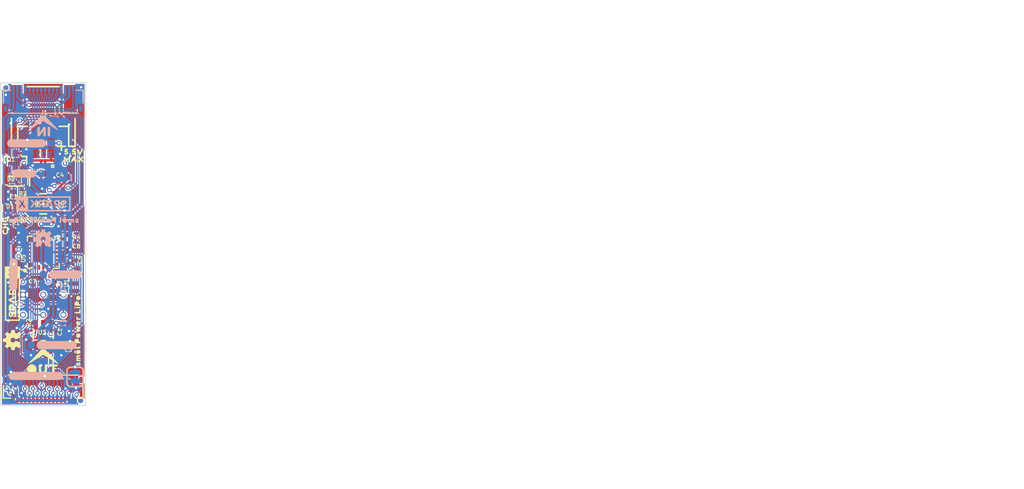
<source format=kicad_pcb>
(kicad_pcb (version 20211014) (generator pcbnew)
  (layers (0 "F.Cu" signal) (31 "B.Cu" signal) (34 "B.Paste" user) (35 "F.Paste" user) (36 "B.SilkS" user "B.Silkscreen") (37 "F.SilkS" user "F.Silkscreen") (38 "B.Mask" user) (39 "F.Mask" user) (44 "Edge.Cuts" user))
  (net 0 "")
  (net 1 "GND")
  (net 2 "SCLK")
  (net 3 "COPI")
  (net 4 "CIPO")
  (net 5 "CS0")
  (net 6 "CS1")
  (net 7 "CS2")
  (net 8 "GPIO0")
  (net 9 "GPIO1")
  (net 10 "SDA")
  (net 11 "SCL")
  (net 12 "3.3V")
  (net 13 "V_USB")
  (net 14 "PROC_PWR_EN")
  (net 15 "N$20")
  (net 16 "CHG_LED")
  (net 17 "N$21")
  (net 18 "V_BATT")
  (net 19 "3V3_EN")
  (net 20 "VIN")
  (net 21 "AT_VCC")
  (net 22 "~{RESET}")
  (net 23 "AT_CIPO")
  (net 24 "RXD0")
  (net 25 "TXD0")
  (footprint "eagleBoard:5#5V0" (layer "F.Cu") (at 152.3746 93.3831)
    (fp_text reference "U$16" hide)
    (fp_text value "" hide)
  )
  (footprint "eagleBoard:QFN20_20M1" (layer "F.Cu") (at 148.5011 106.0196 90)
    (fp_text reference "U5")
    (fp_text value "ATTINY841-ARDUINO_QFN20M1" hide)
  )
  (footprint "eagleBoard:0402-TIGHT" (layer "F.Cu") (at 151.1681 96.6216 180)
    (fp_text reference "C4")
    (fp_text value "0.1uF" hide)
  )
  (footprint "eagleBoard:0402-TIGHT" (layer "F.Cu") (at 152.1206 103.7971)
    (fp_text reference "R4")
    (fp_text value "4.7k" hide)
  )
  (footprint "eagleBoard:0402-TIGHT" (layer "F.Cu") (at 145.3261 99.3521 180)
    (fp_text reference "C2")
    (fp_text value "2.2uF" hide)
  )
  (footprint "eagleBoard:0402-TIGHT" (layer "F.Cu") (at 151.1681 99.4791 -90)
    (fp_text reference "C6")
    (fp_text value "4.7uF" hide)
  )
  (footprint "eagleBoard:0402-TIGHT" (layer "F.Cu") (at 145.3261 98.3996)
    (fp_text reference "R3")
    (fp_text value "100k" hide)
  )
  (footprint "eagleBoard:CREATIVE_COMMONS" (layer "F.Cu") (at 188.8871 135.4836)
    (fp_text reference "FRAME1" hide)
    (fp_text value "FRAME-LEDGER" hide)
  )
  (footprint "eagleBoard:SOT23-5" (layer "F.Cu") (at 148.5011 116.4336 180)
    (fp_text reference "U3")
    (fp_text value "3.3V" hide)
  )
  (footprint "eagleBoard:SOD-323" (layer "F.Cu") (at 145.0086 97.0661 180)
    (fp_text reference "D2")
    (fp_text value "1A/23V/620mV" hide)
  )
  (footprint "eagleBoard:SOT23-5" (layer "F.Cu") (at 148.5011 99.9236 90)
    (fp_text reference "U2")
    (fp_text value "MCP73831" hide)
  )
  (footprint "eagleBoard:FPC_16_0.5MM" (layer "F.Cu") (at 148.5011 123.2281 180)
    (fp_text reference "OUT0" hide)
    (fp_text value "" hide)
  )
  (footprint "eagleBoard:CHG0" (layer "F.Cu") (at 143.7386 102.6541 90)
    (fp_text reference "U$10" hide)
    (fp_text value "" hide)
  )
  (footprint "eagleBoard:JST-2-SMD" (layer "F.Cu") (at 148.5011 88.1761)
    (fp_text reference "J1")
    (fp_text value "")
  )
  (footprint "eagleBoard:LED-0603" (layer "F.Cu") (at 144.9451 100.4951 180)
    (fp_text reference "D1")
    (fp_text value "Yellow" hide)
  )
  (footprint "eagleBoard:ORDERING_INSTRUCTIONS" (layer "F.Cu") (at 162.2171 74.5236)
    (fp_text reference "LOGO1" hide)
    (fp_text value "SPECIAL_INSTRUCTIONS-ORDERING" hide)
  )
  (footprint "eagleBoard:OSHW-LOGO-MINI" (layer "F.Cu") (at 144.6911 117.0686 90)
    (fp_text reference "LOGO2" hide)
    (fp_text value "OSHW-LOGOMINI" hide)
  )
  (footprint "eagleBoard:0402-TIGHT" (layer "F.Cu") (at 151.1046 117.9576)
    (fp_text reference "C3")
    (fp_text value "2.2uF" hide)
  )
  (footprint "eagleBoard:FIDUCIAL-MICRO" (layer "F.Cu") (at 143.8021 85.3186)
    (fp_text reference "FD1" hide)
    (fp_text value "FIDUCIALUFIDUCIAL" hide)
  )
  (footprint "eagleBoard:OUT0" (layer "F.Cu") (at 148.5011 120.7516)
    (fp_text reference "U$17" hide)
    (fp_text value "" hide)
  )
  (footprint "eagleBoard:SOT23-5" (layer "F.Cu") (at 151.0411 109.9566 90)
    (fp_text reference "U1")
    (fp_text value "STLQ015-3.3V" hide)
  )
  (footprint "eagleBoard:SMOL_SMALL" (layer "F.Cu") (at 148.5011 118.9101)
    (fp_text reference "U$3" hide)
    (fp_text value "SMOL_LOGOSMALL" hide)
  )
  (footprint "eagleBoard:SPARKX-SMALL" (layer "F.Cu") (at 144.6276 111.2266 90)
    (fp_text reference "U$1" hide)
    (fp_text value "SPARKX-LOGO3" hide)
  )
  (footprint "eagleBoard:0402-TIGHT" (layer "F.Cu") (at 145.6436 102.5906 180)
    (fp_text reference "R1")
    (fp_text value "1k" hide)
  )
  (footprint "eagleBoard:DFN-8" (layer "F.Cu") (at 148.5011 96.1136 180)
    (fp_text reference "U4")
    (fp_text value "MAX17048" hide)
  )
  (footprint "eagleBoard:0402-TIGHT" (layer "F.Cu") (at 150.9141 115.4176 -90)
    (fp_text reference "C1")
    (fp_text value "2.2uF" hide)
  )
  (footprint "eagleBoard:0402-TIGHT" (layer "F.Cu") (at 152.0571 104.9401)
    (fp_text reference "C8")
    (fp_text value "0.1uF" hide)
  )
  (footprint "eagleBoard:0402-TIGHT" (layer "F.Cu") (at 152.8191 107.5436 90)
    (fp_text reference "C5")
    (fp_text value "2.2uF" hide)
  )
  (footprint "eagleBoard:0402-TIGHT" (layer "F.Cu") (at 146.4056 115.4176 90)
    (fp_text reference "R2")
    (fp_text value "100k" hide)
  )
  (footprint "eagleBoard:0402-TIGHT" (layer "F.Cu") (at 147.70735 110.0201 180)
    (fp_text reference "C7")
    (fp_text value "2.2uF" hide)
  )
  (footprint "eagleBoard:SOT23-3" (layer "F.Cu") (at 145.0086 94.6531)
    (fp_text reference "Q1")
    (fp_text value "3.1A/30V/105mΩ" hide)
  )
  (footprint "eagleBoard:SM�L_POWER_LIPO0" (layer "F.Cu") (at 152.8191 115.8621 90)
    (fp_text reference "U$18" hide)
    (fp_text value "" hide)
  )
  (footprint "eagleBoard:0402-TIGHT" (layer "F.Cu") (at 145.6436 101.6381)
    (fp_text reference "RPROG0")
    (fp_text value "10k" hide)
  )
  (footprint "eagleBoard:FIDUCIAL-MICRO" (layer "F.Cu") (at 153.2001 124.6886)
    (fp_text reference "FD3" hide)
    (fp_text value "FIDUCIALUFIDUCIAL" hide)
  )
  (footprint "eagleBoard:MAX0" (layer "F.Cu") (at 152.3746 94.3356)
    (fp_text reference "U$11" hide)
    (fp_text value "" hide)
  )
  (footprint "eagleBoard:PAD.03X.04" (layer "B.Cu") (at 146.9771 117.7036 180)
    (fp_text reference "UNK3V3_EN0" hide)
    (fp_text value "TEST-POINT3X4" hide)
  )
  (footprint "eagleBoard:#VIN#0" (layer "B.Cu") (at 146.0881 96.1136 180)
    (fp_text reference "U$5" hide)
    (fp_text value "" hide)
  )
  (footprint "eagleBoard:#RXD0#0" (layer "B.Cu") (at 144.7546 108.8136 90)
    (fp_text reference "U$14" hide)
    (fp_text value "" hide)
  )
  (footprint "eagleBoard:2X3_TEST_POINTS" (layer "B.Cu") (at 148.5011 112.6236 180)
    (fp_text reference "J3")
    (fp_text value "AVR_SPI_PROG_3X2TESTPOINTS" hide)
  )
  (footprint "eagleBoard:SM�L_POWER_LIPO0" (layer "B.Cu") (at 148.5011 101.9556 180)
    (fp_text reference "U$2" hide)
    (fp_text value "" hide)
  )
  (footprint "eagleBoard:FPC_16_0.5MM" (layer "B.Cu") (at 148.5011 86.7791 180)
    (fp_text reference "IN0" hide)
    (fp_text value "" hide)
  )
  (footprint "eagleBoard:#BATT##0" (layer "B.Cu") (at 146.4056 92.3036 180)
    (fp_text reference "U$4" hide)
    (fp_text value "" hide)
  )
  (footprint "eagleBoard:SMT-JUMPER_2_NC_TRACE_SILK" (layer "B.Cu") (at 152.5016 121.7041 90)
    (fp_text reference "PROC_PWR_EN0" hide)
    (fp_text value "JUMPER-SMT_2_NC_TRACE_SILK" hide)
  )
  (footprint "eagleBoard:SPARKX-SMALL" (layer "B.Cu") (at 148.5011 99.9236 180)
    (fp_text reference "U$20" hide)
    (fp_text value "SPARKX-LOGO3" hide)
  )
  (footprint "eagleBoard:#TXD0#0" (layer "B.Cu") (at 151.2951 108.8136 180)
    (fp_text reference "U$15" hide)
    (fp_text value "" hide)
  )
  (footprint "eagleBoard:SMOL_SMALL" (layer "B.Cu") (at 148.5011 89.5096 180)
    (fp_text reference "U$9" hide)
    (fp_text value "SMOL_LOGOSMALL" hide)
  )
  (footprint "eagleBoard:#3V3_EN#0" (layer "B.Cu") (at 150.18385 117.7036 180)
    (fp_text reference "U$6" hide)
    (fp_text value "" hide)
  )
  (footprint "eagleBoard:PAD.03X.04" (layer "B.Cu") (at 149.5171 92.3036 180)
    (fp_text reference "BATT+0" hide)
    (fp_text value "TEST-POINT3X4" hide)
  )
  (footprint "eagleBoard:OSHW-LOGO-MINI" (layer "B.Cu") (at 148.5011 104.3686 180)
    (fp_text reference "LOGO3" hide)
    (fp_text value "OSHW-LOGOMINI" hide)
  )
  (footprint "eagleBoard:PAD.03X.04" (layer "B.Cu") (at 148.5011 108.8136 180)
    (fp_text reference "TXD0" hide)
    (fp_text value "TEST-POINT3X4" hide)
  )
  (footprint "eagleBoard:IN0" (layer "B.Cu") (at 148.5011 90.8431 180)
    (fp_text reference "U$8" hide)
    (fp_text value "" hide)
  )
  (footprint "eagleBoard:PAD.03X.04" (layer "B.Cu") (at 148.2471 96.1136 180)
    (fp_text reference "VIN0" hide)
    (fp_text value "TEST-POINT3X4" hide)
  )
  (footprint "eagleBoard:FIDUCIAL-MICRO" (layer "B.Cu") (at 143.8021 85.3186 180)
    (fp_text reference "FD2" hide)
    (fp_text value "FIDUCIALUFIDUCIAL" hide)
  )
  (footprint "eagleBoard:PAD.03X.04" (layer "B.Cu") (at 145.9611 108.8136 180)
    (fp_text reference "RXD0" hide)
    (fp_text value "TEST-POINT3X4" hide)
  )
  (footprint "eagleBoard:#PROC_PWR#0" (layer "B.Cu") (at 147.58035 121.5771 180)
    (fp_text reference "U$7" hide)
    (fp_text value "" hide)
  )
  (footprint "eagleBoard:FIDUCIAL-MICRO" (layer "B.Cu") (at 153.2001 124.6886 180)
    (fp_text reference "FD4" hide)
    (fp_text value "FIDUCIALUFIDUCIAL" hide)
  )
  (gr_line (start 150.7871 93.1926) (end 150.7871 92.1766) (layer "F.SilkS") (width 0.2032))
  (gr_line (start 150.2791 92.6846) (end 151.2951 92.6846) (layer "F.SilkS") (width 0.2032))
  (gr_line (start 145.7071 92.6846) (end 146.7231 92.6846) (layer "F.SilkS") (width 0.2032))
  (gr_line (start 153.8351 84.6836) (end 143.1671 84.6836) (layer "Edge.Cuts") (width 0.1016))
  (gr_line (start 143.1671 125.3236) (end 153.8351 125.3236) (layer "Edge.Cuts") (width 0.1016))
  (gr_line (start 143.1671 84.6836) (end 143.1671 125.3236) (layer "Edge.Cuts") (width 0.1016))
  (gr_line (start 153.8351 125.3236) (end 153.8351 84.6836) (layer "Edge.Cuts") (width 0.1016))
  (gr_text "X02" (at 147.4216 93.3196) (layer "B.Cu") (effects (font (size 0.75565 0.75565) (thickness 0.13335)) (justify right top mirror)))
  (segment (start 145.7706 123.7361) (end 145.7706 123.506969) (width 0.3048) (layer "F.Cu") (net 1))
  (segment (start 151.7316 115.9176) (end 151.7396 115.9256) (width 0.3048) (layer "F.Cu") (net 1))
  (segment (start 150.6681 96.6216) (end 149.8981 96.6216) (width 0.254) (layer "F.Cu") (net 1))
  (segment (start 151.6046 117.4576) (end 151.6046 117.9576) (width 0.3048) (layer "F.Cu") (net 1))
  (segment (start 148.5011 116.1161) (end 148.6916 116.3066) (width 0.3048) (layer "F.Cu") (net 1))
  (segment (start 145.3166 88.8841) (end 144.4371 89.7636) (width 0.1524) (layer "F.Cu") (net 1))
  (segment (start 150.9141 115.9176) (end 151.7316 115.9176) (width 0.3048) (layer "F.Cu") (net 1))
  (segment (start 149.7336 95.1236) (end 149.8981 95.2881) (width 0.254) (layer "F.Cu") (net 1))
  (segment (start 148.2511 97.1036) (end 148.2511 96.3636) (width 0.254) (layer "F.Cu") (net 1))
  (segment (start 144.8261 98.3996) (end 144.1045 98.3996) (width 0.4064) (layer "F.Cu") (net 1))
  (segment (start 151.1126 99.9236) (end 151.1681 99.9791) (width 0.4064) (layer "F.Cu") (net 1))
  (segment (start 151.2951 122.5931) (end 150.2791 121.5771) (width 0.3048) (layer "F.Cu") (net 1))
  (segment (start 145.7511 124.5781) (end 145.7511 123.7556) (width 0.1524) (layer "F.Cu") (net 1))
  (segment (start 145.6587 123.395069) (end 145.6587 122.6415) (width 0.3048) (layer "F.Cu") (net 1))
  (segment (start 146.9771 104.4956) (end 148.5011 106.0196) (width 0.1524) (layer "F.Cu") (net 1))
  (segment (start 149.1361 114.156632) (end 149.1361 113.1316) (width 0.254) (layer "F.Cu") (net 1))
  (segment (start 148.2511 96.3636) (end 148.5011 96.1136) (width 0.254) (layer "F.Cu") (net 1))
  (segment (start 151.2511 124.5781) (end 151.2316 124.5586) (width 0.1524) (layer "F.Cu") (net 1))
  (segment (start 150.4011 106.0196) (end 148.5011 106.0196) (width 0.1524) (layer "F.Cu") (net 1))
  (segment (start 152.2476 97.1296) (end 152.1206 97.2566) (width 0.1524) (layer "F.Cu") (net 1))
  (segment (start 150.7871 86.9961) (end 150.7871 88.423625) (width 0.1524) (layer "F.Cu") (net 1))
  (segment (start 152.2476 94.2721) (end 152.2476 97.1296) (width 0.1524) (layer "F.Cu") (net 1))
  (segment (start 148.5011 115.1335) (end 148.5011 116.1161) (width 0.3048) (layer "F.Cu") (net 1))
  (segment (start 149.8981 96.0501) (end 149.8981 96.6216) (width 0.254) (layer "F.Cu") (net 1))
  (segment (start 147.1936 95.1236) (end 147.1676 95.0976) (width 0.1524) (layer "F.Cu") (net 1))
  (segment (start 150.4011 106.0196) (end 151.58085 106.0196) (width 0.1524) (layer "F.Cu") (net 1))
  (segment (start 148.2511 97.9107) (end 148.359 98.0186) (width 0.1524) (layer "F.Cu") (net 1))
  (segment (start 151.5995 97.2566) (end 150.9141 97.942) (width 0.1524) (layer "F.Cu") (net 1))
  (segment (start 148.8186 101.7016) (end 148.1785 101.7016) (width 0.3048) (layer "F.Cu") (net 1))
  (segment (start 144.8261 99.3521) (end 144.1045 99.3521) (width 0.4064) (layer "F.Cu") (net 1))
  (segment (start 145.78725 104.4956) (end 146.9771 104.4956) (width 0.1524) (layer "F.Cu") (net 1))
  (segment (start 147.7511 95.1236) (end 147.1936 95.1236) (width 0.1524) (layer "F.Cu") (net 1))
  (segment (start 145.7511 123.7556) (end 145.7706 123.7361) (width 0.1524) (layer "F.Cu") (net 1))
  (segment (start 148.5011 114.791632) (end 149.1361 114.156632) (width 0.254) (layer "F.Cu") (net 1))
  (segment (start 145.1436 101.6381) (end 144.1045 101.6381) (width 0.4064) (layer "F.Cu") (net 1))
  (segment (start 151.1681 100.7491) (end 151.1681 99.9791) (width 0.4064) (layer "F.Cu") (net 1))
  (segment (start 150.5701 86.7791) (end 150.7871 86.9961) (width 0.1524) (layer "F.Cu") (net 1))
  (segment (start 151.6046 118.6641) (end 151.2951 118.9736) (width 0.3048) (layer "F.Cu") (net 1))
  (segment (start 149.8012 99.9236) (end 148.5011 99.9236) (width 0.1524) (layer "F.Cu") (net 1))
  (segment (start 151.7396 100.5586) (end 151.5491 100.7491) (width 0.1524) (layer "F.Cu") (net 1))
  (segment (start 149.8012 99.9236) (end 151.1126 99.9236) (width 0.4064) (layer "F.Cu") (net 1))
  (segment (start 151.5491 100.7491) (end 151.1681 100.7491) (width 0.1524) (layer "F.Cu") (net 1))
  (segment (start 148.1785 101.7016) (end 146.6013 103.2788) (width 0.3048) (layer "F.Cu") (net 1))
  (segment (start 150.9776 98.3996) (end 151.5491 98.3996) (width 0.1524) (layer "F.Cu") (net 1))
  (segment (start 146.4056 115.9176) (end 146.4056 116.9416) (width 0.3048) (layer "F.Cu") (net 1))
  (segment (start 151.5491 98.3996) (end 151.7396 98.5901) (width 0.1524) (layer "F.Cu") (net 1))
  (segment (start 151.2951 123.1646) (end 151.2951 122.5931) (width 0.3048) (layer "F.Cu") (net 1))
  (segment (start 146.7231 121.5771) (end 148.6916 121.5771) (width 0.3048) (layer "F.Cu") (net 1))
  (segment (start 149.8981 95.2881) (end 149.8981 96.0501) (width 0.254) (layer "F.Cu") (net 1))
  (segment (start 151.2316 123.2281) (end 151.2316 124.5586) (width 0.1524) (layer "F.Cu") (net 1))
  (segment (start 150.2791 121.5771) (end 148.6916 121.5771) (width 0.3048) (layer "F.Cu") (net 1))
  (segment (start 150.7871 88.423625) (end 151.7396 89.376125) (width 0.1524) (layer "F.Cu") (net 1))
  (segment (start 146.75485 107.76585) (end 146.29525 107.76585) (width 0.1524) (layer "F.Cu") (net 1))
  (segment (start 148.5646 96.0501) (end 149.8981 96.0501) (width 0.254) (layer "F.Cu") (net 1))
  (segment (start 146.18685 88.576563) (end 145.879312 88.8841) (width 0.1524) (layer "F.Cu") (net 1))
  (segment (start 151.7396 89.376125) (end 151.7396 89.9541) (width 0.1524) (layer "F.Cu") (net 1))
  (segment (start 148.5011 106.0196) (end 146.75485 107.76585) (width 0.1524) (layer "F.Cu") (net 1))
  (segment (start 150.9141 97.942) (end 150.9141 98.3361) (width 0.1524) (layer "F.Cu") (net 1))
  (segment (start 146.18685 87.02435) (end 146.18685 88.576563) (width 0.1524) (layer "F.Cu") (net 1))
  (segment (start 145.5015 104.78135) (end 145.78725 104.4956) (width 0.1524) (layer "F.Cu") (net 1))
  (segment (start 149.2511 95.1236) (end 149.7336 95.1236) (width 0.254) (layer "F.Cu") (net 1))
  (segment (start 151.6046 117.9576) (end 151.6046 118.6641) (width 0.3048) (layer "F.Cu") (net 1))
  (segment (start 151.89835 93.92285) (end 152.2476 94.2721) (width 0.1524) (layer "F.Cu") (net 1))
  (segment (start 146.4321 86.7791) (end 146.18685 87.02435) (width 0.1524) (layer "F.Cu") (net 1))
  (segment (start 146.4056 116.9416) (end 146.3421 117.0051) (width 0.3048) (layer "F.Cu") (net 1))
  (segment (start 145.879312 88.8841) (end 145.3166 88.8841) (width 0.1524) (layer "F.Cu") (net 1))
  (segment (start 151.7396 98.5901) (end 151.7396 100.5586) (width 0.1524) (layer "F.Cu") (net 1))
  (segment (start 145.6587 122.6415) (end 146.7231 121.5771) (width 0.3048) (layer "F.Cu") (net 1))
  (segment (start 151.58085 106.0196) (end 151.89835 105.7021) (width 0.1524) (layer "F.Cu") (net 1))
  (segment (start 151.2951 123.1646) (end 151.2316 123.2281) (width 0.1524) (layer "F.Cu") (net 1))
  (segment (start 151.2951 118.9736) (end 150.772 118.9736) (width 0.3048) (layer "F.Cu") (net 1))
  (segment (start 152.1206 97.2566) (end 151.5995 97.2566) (width 0.1524) (layer "F.Cu") (net 1))
  (segment (start 150.9141 98.3361) (end 150.9776 98.3996) (width 0.1524) (layer "F.Cu") (net 1))
  (segment (start 148.5011 115.1335) (end 148.5011 114.791632) (width 0.254) (layer "F.Cu") (net 1))
  (segment (start 145.7706 123.506969) (end 145.6587 123.395069) (width 0.3048) (layer "F.Cu") (net 1))
  (segment (start 146.6013 103.2788) (end 144.2847 103.2788) (width 0.3048) (layer "F.Cu") (net 1))
  (segment (start 148.5011 96.1136) (end 148.5646 96.0501) (width 0.254) (layer "F.Cu") (net 1))
  (segment (start 144.2847 103.2788) (end 144.1045 103.0986) (width 0.3048) (layer "F.Cu") (net 1))
  (segment (start 148.2511 97.1036) (end 148.2511 97.9107) (width 0.1524) (layer "F.Cu") (net 1))
  (segment (start 151.8666 117.1956) (end 151.6046 117.4576) (width 0.3048) (layer "F.Cu") (net 1))
  (via (at 146.962 118.9736) (size 0.554) (drill 0.3) (layers "F.Cu" "B.Cu") (net 1))
  (via (at 148.359 98.0186) (size 0.554) (drill 0.3) (layers "F.Cu" "B.Cu") (net 1))
  (via (at 147.1676 95.0976) (size 0.554) (drill 0.3) (layers "F.Cu" "B.Cu") (net 1))
  (via (at 148.232 120.2436) (size 0.554) (drill 0.3) (layers "F.Cu" "B.Cu") (net 1))
  (via (at 151.89835 105.7021) (size 0.554) (drill 0.3) (layers "F.Cu" "B.Cu") (net 1))
  (via (at 146.3421 117.0051) (size 0.554) (drill 0.3) (layers "F.Cu" "B.Cu") (net 1))
  (via (at 153.2636 85.2551) (size 0.554) (drill 0.3) (layers "F.Cu" "B.Cu") (net 1))
  (via (at 151.8666 117.1956) (size 0.554) (drill 0.3) (layers "F.Cu" "B.Cu") (net 1))
  (via (at 146.37385 93.0656) (size 0.554) (drill 0.3) (layers "F.Cu" "B.Cu") (net 1))
  (via (at 144.13625 114.62385) (size 0.554) (drill 0.3) (layers "F.Cu" "B.Cu") (net 1))
  (via (at 144.3585 122.5931) (size 0.554) (drill 0.3) (layers "F.Cu" "B.Cu") (net 1))
  (via (at 151.2951 123.1646) (size 0.554) (drill 0.3) (layers "F.Cu" "B.Cu") (net 1))
  (via (at 150.4061 113.1951) (size 0.554) (drill 0.3) (layers "F.Cu" "B.Cu") (net 1))
  (via (at 148.8186 101.7016) (size 0.554) (drill 0.3) (layers "F.Cu" "B.Cu") (net 1))
  (via (at 146.4321 86.7791) (size 0.554) (drill 0.3) (layers "F.Cu" "B.Cu") (net 1))
  (via (at 149.8981 96.6216) (size 0.554) (drill 0.3) (layers "F.Cu" "B.Cu") (net 1))
  (via (at 151.7396 115.9256) (size 0.554) (drill 0.3) (layers "F.Cu" "B.Cu") (net 1))
  (via (at 146.29525 107.76585) (size 0.554) (drill 0.3) (layers "F.Cu" "B.Cu") (net 1))
  (via (at 145.7706 123.7361) (size 0.554) (drill 0.3) (layers "F.Cu" "B.Cu") (net 1))
  (via (at 145.184 115.5446) (size 0.554) (drill 0.3) (layers "F.Cu" "B.Cu") (net 1))
  (via (at 151.8666 102.4636) (size 0.554) (drill 0.3) (layers "F.Cu" "B.Cu") (net 1))
  (via (at 150.5966 93.6371) (size 0.554) (drill 0.3) (layers "F.Cu" "B.Cu") (net 1))
  (via (at 146.50085 91.89085) (size 0.554) (drill 0.3) (layers "F.Cu" "B.Cu") (net 1))
  (via (at 144.1045 99.3521) (size 0.554) (drill 0.3) (layers "F.Cu" "B.Cu") (net 1))
  (via (at 144.1045 98.3996) (size 0.554) (drill 0.3) (layers "F.Cu" "B.Cu") (net 1))
  (via (at 144.1045 103.0986) (size 0.554) (drill 0.3) (layers "F.Cu" "B.Cu") (net 1))
  (via (at 148.6916 116.3066) (size 0.554) (drill 0.3) (layers "F.Cu" "B.Cu") (net 1))
  (via (at 145.40625 103.57485) (size 0.554) (drill 0.3) (layers "F.Cu" "B.Cu") (net 1))
  (via (at 144.4371 89.7636) (size 0.554) (drill 0.3) (layers "F.Cu" "B.Cu") (net 1))
  (via (at 144.422 121.0691) (size 0.554) (drill 0.3) (layers "F.Cu" "B.Cu") (net 1))
  (via (at 151.89835 107.0356) (size 0.554) (drill 0.3) (layers "F.Cu" "B.Cu") (net 1))
  (via (at 150.5701 86.7791) (size 0.554) (drill 0.3) (layers "F.Cu" "B.Cu") (net 1))
  (via (at 150.772 118.9736) (size 0.554) (drill 0.3) (layers "F.Cu" "B.Cu") (net 1))
  (via (at 151.89835 93.92285) (size 0.554) (drill 0.3) (layers "F.Cu" "B.Cu") (net 1))
  (via (at 144.1045 109.8296) (size 0.554) (drill 0.3) (layers "F.Cu" "B.Cu") (net 1))
  (via (at 151.1681 100.7491) (size 0.554) (drill 0.3) (layers "F.Cu" "B.Cu") (net 1))
  (via (at 148.5011 99.9236) (size 0.554) (drill 0.3) (layers "F.Cu" "B.Cu") (net 1))
  (via (at 152.5016 120.4341) (size 0.554) (drill 0.3) (layers "F.Cu" "B.Cu") (net 1))
  (via (at 143.8021 86.2076) (size 0.554) (drill 0.3) (layers "F.Cu" "B.Cu") (net 1))
  (via (at 151.7396 89.9541) (size 0.554) (drill 0.3) (layers "F.Cu" "B.Cu") (net 1))
  (via (at 144.1045 101.6381) (size 0.554) (drill 0.3) (layers "F.Cu" "B.Cu") (net 1))
  (via (at 149.1361 113.1316) (size 0.554) (drill 0.3) (layers "F.Cu" "B.Cu") (net 1))
  (via (at 150.4061 102.74935) (size 0.554) (drill 0.3) (layers "F.Cu" "B.Cu") (net 1))
  (via (at 148.6916 121.5771) (size 0.554) (drill 0.3) (layers "F.Cu" "B.Cu") (net 1))
  (via (at 145.5015 104.78135) (size 0.554) (drill 0.3) (layers "F.Cu" "B.Cu") (net 1))
  (via (at 151.26335 109.9566) (size 0.554) (drill 0.3) (layers "F.Cu" "B.Cu") (net 1))
  (via (at 152.6135 123.1011) (size 0.554) (drill 0.3) (layers "F.Cu" "B.Cu") (net 1))
  (segment (start 148.6916 116.3066) (end 148.6916 115.6716) (width 0.1524) (layer "B.Cu") (net 1))
  (segment (start 150.8228 103.16605) (end 150.8228 109.51605) (width 0.1524) (layer "B.Cu") (net 1))
  (segment (start 145.7511 86.0981) (end 146.4321 86.7791) (width 0.3048) (layer "B.Cu") (net 1))
  (segment (start 145.184 115.5446) (end 145.493881 115.5446) (width 0.1524) (layer "B.Cu") (net 1))
  (segment (start 146.66355 112.05605) (end 146.66355 114.374932) (width 0.1524) (layer "B.Cu") (net 1))
  (segment (start 145.9611 111.3536) (end 146.66355 112.05605) (width 0.1524) (layer "B.Cu") (net 1))
  (segment (start 146.66355 114.374932) (end 145.493881 115.5446) (width 0.1524) (layer "B.Cu") (net 1))
  (segment (start 151.2511 86.0981) (end 150.5701 86.7791) (width 0.3048) (layer "B.Cu") (net 1))
  (segment (start 151.2511 85.4291) (end 151.2511 86.0981) (width 0.3048) (layer "B.Cu") (net 1))
  (segment (start 146.67625 110.63845) (end 146.67625 108.14685) (width 0.127) (layer "B.Cu") (net 1))
  (segment (start 151.89835 93.92285) (end 152.1206 94.1451) (width 0.1524) (layer "B.Cu") (net 1))
  (segment (start 152.5016 121.1834) (end 152.5016 120.4341) (width 0.1524) (layer "B.Cu") (net 1))
  (segment (start 150.1775 113.4237) (end 150.4061 113.1951) (width 0.1524) (layer "B.Cu") (net 1))
  (segment (start 151.536175 100.7491) (end 151.1681 100.7491) (width 0.1524) (layer "B.Cu") (net 1))
  (segment (start 152.1206 100.164675) (end 151.536175 100.7491) (width 0.1524) (layer "B.Cu") (net 1))
  (segment (start 150.8228 109.51605) (end 151.26335 109.9566) (width 0.1524) (layer "B.Cu") (net 1))
  (segment (start 146.67625 108.14685) (end 146.29525 107.76585) (width 0.127) (layer "B.Cu") (net 1))
  (segment (start 148.6916 115.6716) (end 150.1775 114.1857) (width 0.1524) (layer "B.Cu") (net 1))
  (segment (start 145.7511 85.4291) (end 145.7511 86.0981) (width 0.3048) (layer "B.Cu") (net 1))
  (segment (start 152.1206 94.1451) (end 152.1206 100.164675) (width 0.1524) (layer "B.Cu") (net 1))
  (segment (start 150.1775 114.1857) (end 150.1775 113.4237) (width 0.1524) (layer "B.Cu") (net 1))
  (segment (start 150.4061 102.74935) (end 150.8228 103.16605) (width 0.1524) (layer "B.Cu") (net 1))
  (segment (start 145.9611 111.3536) (end 146.67625 110.63845) (width 0.127) (layer "B.Cu") (net 1))
  (segment (start 150.7511 124.5781) (end 150.7511 123.7364) (width 0.1524) (layer "F.Cu") (net 2))
  (segment (start 150.7511 123.7364) (end 150.7514 123.7361) (width 0.1524) (layer "F.Cu") (net 2))
  (via (at 150.7514 123.7361) (size 0.554) (drill 0.3) (layers "F.Cu" "B.Cu") (net 2))
  (segment (start 149.7724 87.803507) (end 149.926693 87.9578) (width 0.1524) (layer "B.Cu") (net 2))
  (segment (start 151.951662 87.9578) (end 153.2382 89.244338) (width 0.1524) (layer "B.Cu") (net 2))
  (segment (start 149.7724 86.834194) (end 149.7724 87.803507) (width 0.1524) (layer "B.Cu") (net 2))
  (segment (start 153.2382 89.244338) (end 153.2382 118.872) (width 0.1524) (layer "B.Cu") (net 2))
  (segment (start 150.7511 85.855494) (end 149.7724 86.834194) (width 0.1524) (layer "B.Cu") (net 2))
  (segment (start 150.7511 85.4291) (end 150.7511 85.855494) (width 0.1524) (layer "B.Cu") (net 2))
  (segment (start 150.8149 123.6726) (end 150.7514 123.7361) (width 0.1524) (layer "B.Cu") (net 2))
  (segment (start 153.2382 118.872) (end 150.8149 121.2953) (width 0.1524) (layer "B.Cu") (net 2))
  (segment (start 150.8149 121.2953) (end 150.8149 123.6726) (width 0.1524) (layer "B.Cu") (net 2))
  (segment (start 149.926693 87.9578) (end 151.951662 87.9578) (width 0.1524) (layer "B.Cu") (net 2))
  (segment (start 150.2511 124.5781) (end 150.2511 123.2561) (width 0.1524) (layer "F.Cu") (net 3))
  (segment (start 150.2511 123.2561) (end 150.2791 123.2281) (width 0.1524) (layer "F.Cu") (net 3))
  (via (at 150.2791 123.2281) (size 0.554) (drill 0.3) (layers "F.Cu" "B.Cu") (net 3))
  (segment (start 150.2791 121.435963) (end 150.2791 123.2281) (width 0.1524) (layer "B.Cu") (net 3))
  (segment (start 152.9588 118.756263) (end 150.2791 121.435963) (width 0.1524) (layer "B.Cu") (net 3))
  (segment (start 149.493 86.718457) (end 149.493 87.919244) (width 0.1524) (layer "B.Cu") (net 3))
  (segment (start 149.493 87.919244) (end 149.810956 88.2372) (width 0.1524) (layer "B.Cu") (net 3))
  (segment (start 152.9588 89.360075) (end 152.9588 118.756263) (width 0.1524) (layer "B.Cu") (net 3))
  (segment (start 150.2511 85.960357) (end 149.493 86.718457) (width 0.1524) (layer "B.Cu") (net 3))
  (segment (start 151.835925 88.2372) (end 152.9588 89.360075) (width 0.1524) (layer "B.Cu") (net 3))
  (segment (start 149.810956 88.2372) (end 151.835925 88.2372) (width 0.1524) (layer "B.Cu") (net 3))
  (segment (start 150.2511 85.4291) (end 150.2511 85.960357) (width 0.1524) (layer "B.Cu") (net 3))
  (segment (start 149.7511 123.7559) (end 149.7709 123.7361) (width 0.1524) (layer "F.Cu") (net 4))
  (segment (start 149.7511 124.5781) (end 149.7511 123.7559) (width 0.1524) (layer "F.Cu") (net 4))
  (via (at 149.7709 123.7361) (size 0.554) (drill 0.3) (layers "F.Cu" "B.Cu") (net 4))
  (segment (start 149.7709 121.549025) (end 149.7709 123.7361) (width 0.1524) (layer "B.Cu") (net 4))
  (segment (start 151.720187 88.5166) (end 152.6794 89.475813) (width 0.1524) (layer "B.Cu") (net 4))
  (segment (start 149.2136 88.034982) (end 149.695218 88.5166) (width 0.1524) (layer "B.Cu") (net 4))
  (segment (start 149.2136 86.539219) (end 149.2136 88.034982) (width 0.1524) (layer "B.Cu") (net 4))
  (segment (start 149.7511 86.001719) (end 149.2136 86.539219) (width 0.1524) (layer "B.Cu") (net 4))
  (segment (start 149.695218 88.5166) (end 151.720187 88.5166) (width 0.1524) (layer "B.Cu") (net 4))
  (segment (start 152.6794 118.640525) (end 149.7709 121.549025) (width 0.1524) (layer "B.Cu") (net 4))
  (segment (start 149.7511 85.4291) (end 149.7511 86.001719) (width 0.1524) (layer "B.Cu") (net 4))
  (segment (start 152.6794 89.475813) (end 152.6794 118.640525) (width 0.1524) (layer "B.Cu") (net 4))
  (segment (start 149.2511 124.5781) (end 149.2511 123.2401) (width 0.1524) (layer "F.Cu") (net 5))
  (segment (start 149.2511 123.2401) (end 149.2631 123.2281) (width 0.1524) (layer "F.Cu") (net 5))
  (via (at 149.2631 123.2281) (size 0.554) (drill 0.3) (layers "F.Cu" "B.Cu") (net 5))
  (segment (start 152.4 89.59155) (end 152.4 118.524788) (width 0.1524) (layer "B.Cu") (net 5))
  (segment (start 148.9336 86.3816) (end 148.9336 88.150119) (width 0.1524) (layer "B.Cu") (net 5))
  (segment (start 149.579481 88.796) (end 151.60445 88.796) (width 0.1524) (layer "B.Cu") (net 5))
  (segment (start 152.4 118.524788) (end 149.2631 121.661688) (width 0.1524) (layer "B.Cu") (net 5))
  (segment (start 151.60445 88.796) (end 152.4 89.59155) (width 0.1524) (layer "B.Cu") (net 5))
  (segment (start 148.9336 88.150119) (end 149.579481 88.796) (width 0.1524) (layer "B.Cu") (net 5))
  (segment (start 149.2631 121.661688) (end 149.2631 123.2281) (width 0.1524) (layer "B.Cu") (net 5))
  (segment (start 149.2511 86.0641) (end 148.9336 86.3816) (width 0.1524) (layer "B.Cu") (net 5))
  (segment (start 149.2511 85.4291) (end 149.2511 86.0641) (width 0.1524) (layer "B.Cu") (net 5))
  (segment (start 148.7511 124.5781) (end 148.7511 123.7559) (width 0.1524) (layer "F.Cu") (net 6))
  (segment (start 148.7511 123.7559) (end 148.7709 123.7361) (width 0.1524) (layer "F.Cu") (net 6))
  (via (at 148.7709 123.7361) (size 0.554) (drill 0.3) (layers "F.Cu" "B.Cu") (net 6))
  (segment (start 147.78115 114.878213) (end 145.7912 116.868163) (width 0.1524) (layer "B.Cu") (net 6))
  (segment (start 148.8543 122.919007) (end 148.7709 123.002407) (width 0.1524) (layer "B.Cu") (net 6))
  (segment (start 145.9817 97.622007) (end 145.9817 101.07915) (width 0.1524) (layer "B.Cu") (net 6))
  (segment (start 148.7511 85.4291) (end 148.7511 86.162238) (width 0.1524) (layer "B.Cu") (net 6))
  (segment (start 148.7511 86.162238) (end 148.6268 86.286538) (width 0.1524) (layer "B.Cu") (net 6))
  (segment (start 148.7709 123.002407) (end 148.7709 123.7361) (width 0.1524) (layer "B.Cu") (net 6))
  (segment (start 148.6268 89.040057) (end 145.5499 92.116957) (width 0.1524) (layer "B.Cu") (net 6))
  (segment (start 145.7912 119.458094) (end 148.8543 122.521194) (width 0.1524) (layer "B.Cu") (net 6))
  (segment (start 145.5499 92.116957) (end 145.5499 97.190207) (width 0.1524) (layer "B.Cu") (net 6))
  (segment (start 145.9817 101.07915) (end 147.78115 102.8786) (width 0.1524) (layer "B.Cu") (net 6))
  (segment (start 145.5499 97.190207) (end 145.9817 97.622007) (width 0.1524) (layer "B.Cu") (net 6))
  (segment (start 147.78115 102.8786) (end 147.78115 114.878213) (width 0.1524) (layer "B.Cu") (net 6))
  (segment (start 145.7912 116.868163) (end 145.7912 119.458094) (width 0.1524) (layer "B.Cu") (net 6))
  (segment (start 148.6268 86.286538) (end 148.6268 89.040057) (width 0.1524) (layer "B.Cu") (net 6))
  (segment (start 148.8543 122.521194) (end 148.8543 122.919007) (width 0.1524) (layer "B.Cu") (net 6))
  (segment (start 148.2511 124.5781) (end 148.2511 122.8431) (width 0.1524) (layer "F.Cu") (net 7))
  (segment (start 148.2511 122.8431) (end 148.3106 122.7836) (width 0.1524) (layer "F.Cu") (net 7))
  (via (at 148.3106 122.7836) (size 0.554) (drill 0.3) (layers "F.Cu" "B.Cu") (net 7))
  (segment (start 145.5118 119.61075) (end 148.3106 122.40955) (width 0.1524) (layer "B.Cu") (net 7))
  (segment (start 145.2705 97.305944) (end 145.7023 97.737744) (width 0.1524) (layer "B.Cu") (net 7))
  (segment (start 148.3146 86.2546) (end 148.3146 88.957119) (width 0.1524) (layer "B.Cu") (net 7))
  (segment (start 147.50175 114.762475) (end 145.5118 116.752425) (width 0.1524) (layer "B.Cu") (net 7))
  (segment (start 147.50175 102.994338) (end 147.50175 114.762475) (width 0.1524) (layer "B.Cu") (net 7))
  (segment (start 148.2511 85.4291) (end 148.2511 86.1911) (width 0.1524) (layer "B.Cu") (net 7))
  (segment (start 145.7023 97.737744) (end 145.7023 101.194888) (width 0.1524) (layer "B.Cu") (net 7))
  (segment (start 145.7023 101.194888) (end 147.50175 102.994338) (width 0.1524) (layer "B.Cu") (net 7))
  (segment (start 148.3146 86.2546) (end 148.2511 86.1911) (width 0.1524) (layer "B.Cu") (net 7))
  (segment (start 145.5118 116.752425) (end 145.5118 119.61075) (width 0.1524) (layer "B.Cu") (net 7))
  (segment (start 145.2705 92.001219) (end 145.2705 97.305944) (width 0.1524) (layer "B.Cu") (net 7))
  (segment (start 148.3106 122.40955) (end 148.3106 122.7836) (width 0.1524) (layer "B.Cu") (net 7))
  (segment (start 148.3146 88.957119) (end 145.2705 92.001219) (width 0.1524) (layer "B.Cu") (net 7))
  (segment (start 147.7511 124.5781) (end 147.7511 123.7559) (width 0.1524) (layer "F.Cu") (net 8))
  (segment (start 147.7511 123.7559) (end 147.7709 123.7361) (width 0.1524) (layer "F.Cu") (net 8))
  (via (at 147.7709 123.7361) (size 0.554) (drill 0.3) (layers "F.Cu" "B.Cu") (net 8))
  (segment (start 144.9911 97.421682) (end 145.4229 97.853482) (width 0.1524) (layer "B.Cu") (net 8))
  (segment (start 147.22235 103.110075) (end 147.22235 114.646738) (width 0.1524) (layer "B.Cu") (net 8))
  (segment (start 148.0051 88.871482) (end 144.9911 91.885482) (width 0.1524) (layer "B.Cu") (net 8))
  (segment (start 148.0051 86.3816) (end 147.7511 86.1276) (width 0.1524) (layer "B.Cu") (net 8))
  (segment (start 144.9911 91.885482) (end 144.9911 97.421682) (width 0.1524) (layer "B.Cu") (net 8))
  (segment (start 145.4229 101.310625) (end 147.22235 103.110075) (width 0.1524) (layer "B.Cu") (net 8))
  (segment (start 147.7511 85.4291) (end 147.7511 86.1276) (width 0.1524) (layer "B.Cu") (net 8))
  (segment (start 147.7709 122.264988) (end 147.7709 123.7361) (width 0.1524) (layer "B.Cu") (net 8))
  (segment (start 145.4229 97.853482) (end 145.4229 101.310625) (width 0.1524) (layer "B.Cu") (net 8))
  (segment (start 145.2324 116.636688) (end 145.2324 119.726488) (width 0.1524) (layer "B.Cu") (net 8))
  (segment (start 148.0051 86.3816) (end 148.0051 88.871482) (width 0.1524) (layer "B.Cu") (net 8))
  (segment (start 145.2324 119.726488) (end 147.7709 122.264988) (width 0.1524) (layer "B.Cu") (net 8))
  (segment (start 147.22235 114.646738) (end 145.2324 116.636688) (width 0.1524) (layer "B.Cu") (net 8))
  (segment (start 147.2511 123.1846) (end 147.2311 123.1646) (width 0.1524) (layer "F.Cu") (net 9))
  (segment (start 147.2511 124.5781) (end 147.2511 123.1846) (width 0.1524) (layer "F.Cu") (net 9))
  (via (at 147.2311 123.1646) (size 0.554) (drill 0.3) (layers "F.Cu" "B.Cu") (net 9))
  (segment (start 147.7251 88.756344) (end 144.7117 91.769744) (width 0.1524) (layer "B.Cu") (net 9))
  (segment (start 147.7251 86.539219) (end 147.7251 88.756344) (width 0.1524) (layer "B.Cu") (net 9))
  (segment (start 147.2311 122.120325) (end 147.2311 123.1646) (width 0.1524) (layer "B.Cu") (net 9))
  (segment (start 144.953 116.52095) (end 144.953 119.842225) (width 0.1524) (layer "B.Cu") (net 9))
  (segment (start 147.2511 85.4291) (end 147.2511 86.065219) (width 0.1524) (layer "B.Cu") (net 9))
  (segment (start 144.7117 91.769744) (end 144.7117 97.537419) (width 0.1524) (layer "B.Cu") (net 9))
  (segment (start 144.953 119.842225) (end 147.2311 122.120325) (width 0.1524) (layer "B.Cu") (net 9))
  (segment (start 146.94295 103.225813) (end 146.94295 114.531) (width 0.1524) (layer "B.Cu") (net 9))
  (segment (start 145.1435 97.969219) (end 145.1435 101.426363) (width 0.1524) (layer "B.Cu") (net 9))
  (segment (start 147.2511 86.065219) (end 147.7251 86.539219) (width 0.1524) (layer "B.Cu") (net 9))
  (segment (start 146.94295 114.531) (end 144.953 116.52095) (width 0.1524) (layer "B.Cu") (net 9))
  (segment (start 145.1435 101.426363) (end 146.94295 103.225813) (width 0.1524) (layer "B.Cu") (net 9))
  (segment (start 144.7117 97.537419) (end 145.1435 97.969219) (width 0.1524) (layer "B.Cu") (net 9))
  (segment (start 145.0649 112.5879) (end 145.5451 112.1077) (width 0.1524) (layer "F.Cu") (net 10))
  (segment (start 149.2511 97.1036) (end 149.2511 97.6256) (width 0.1524) (layer "F.Cu") (net 10))
  (segment (start 149.309837 97.684338) (end 149.881337 97.684338) (width 0.1524) (layer "F.Cu") (net 10))
  (segment (start 146.12485 105.0196) (end 145.48835 105.6561) (width 0.1524) (layer "F.Cu") (net 10))
  (segment (start 145.5451 112.1077) (end 146.7787 112.1077) (width 0.1524) (layer "F.Cu") (net 10))
  (segment (start 146.7511 124.5781) (end 146.7511 123.7559) (width 0.1524) (layer "F.Cu") (net 10))
  (segment (start 147.26285 112.59185) (end 148.27885 112.59185) (width 0.1524) (layer "F.Cu") (net 10))
  (segment (start 151.2316 92.9259) (end 151.2316 94.8436) (width 0.1524) (layer "F.Cu") (net 10))
  (segment (start 150.0886 89.3191) (end 146.4413 89.3191) (width 0.1524) (layer "F.Cu") (net 10))
  (segment (start 150.3426 89.5731) (end 150.0886 89.3191) (width 0.1524) (layer "F.Cu") (net 10))
  (segment (start 150.3426 91.497494) (end 150.3426 89.5731) (width 0.1524) (layer "F.Cu") (net 10))
  (segment (start 146.6011 105.0196) (end 146.12485 105.0196) (width 0.1524) (layer "F.Cu") (net 10))
  (segment (start 146.4413 89.3191) (end 145.5801 90.1803) (width 0.1524) (layer "F.Cu") (net 10))
  (segment (start 146.7787 112.1077) (end 147.26285 112.59185) (width 0.1524) (layer "F.Cu") (net 10))
  (segment (start 146.7511 123.7559) (end 146.7709 123.7361) (width 0.1524) (layer "F.Cu") (net 10))
  (segment (start 149.2511 97.6256) (end 149.309837 97.684338) (width 0.1524) (layer "F.Cu") (net 10))
  (segment (start 145.48835 105.6561) (end 145.42135 105.6561) (width 0.1524) (layer "F.Cu") (net 10))
  (segment (start 150.9498 92.104694) (end 150.3426 91.497494) (width 0.1524) (layer "F.Cu") (net 10))
  (segment (start 150.9498 92.6441) (end 151.2316 92.9259) (width 0.1524) (layer "F.Cu") (net 10))
  (segment (start 150.9498 92.6441) (end 150.9498 92.104694) (width 0.1524) (layer "F.Cu") (net 10))
  (via (at 146.7709 123.7361) (size 0.554) (drill 0.3) (layers "F.Cu" "B.Cu") (net 10))
  (via (at 145.0649 112.5879) (size 0.554) (drill 0.3) (layers "F.Cu" "B.Cu") (net 10))
  (via (at 148.27885 112.59185) (size 0.554) (drill 0.3) (layers "F.Cu" "B.Cu") (net 10))
  (via (at 145.5801 90.1803) (size 0.554) (drill 0.3) (layers "F.Cu" "B.Cu") (net 10))
  (via (at 149.881337 97.684338) (size 0.554) (drill 0.3) (layers "F.Cu" "B.Cu") (net 10))
  (via (at 145.42135 105.6561) (size 0.554) (drill 0.3) (layers "F.Cu" "B.Cu") (net 10))
  (via (at 151.2316 94.8436) (size 0.554) (drill 0.3) (layers "F.Cu" "B.Cu") (net 10))
  (segment (start 145.0649 112.5879) (end 145.1919 112.7149) (width 0.1524) (layer "B.Cu") (net 10))
  (segment (start 146.7511 86.023857) (end 146.7511 85.4291) (width 0.1524) (layer "B.Cu") (net 10))
  (segment (start 144.8641 98.084957) (end 144.4323 97.653157) (width 0.1524) (layer "B.Cu") (net 10))
  (segment (start 148.5011 111.9251) (end 148.5011 111.3536) (width 0.1524) (layer "B.Cu") (net 10))
  (segment (start 144.8816 106.19585) (end 145.42135 105.6561) (width 0.1524) (layer "B.Cu") (net 10))
  (segment (start 145.5801 90.1803) (end 145.5801 90.469769) (width 0.1524) (layer "B.Cu") (net 10))
  (segment (start 151.4856 97.3836) (end 151.8412 97.028) (width 0.1524) (layer "B.Cu") (net 10))
  (segment (start 145.906006 90.1803) (end 147.4457 88.640607) (width 0.1524) (layer "B.Cu") (net 10))
  (segment (start 151.8412 97.028) (end 151.8412 95.4532) (width 0.1524) (layer "B.Cu") (net 10))
  (segment (start 147.4457 88.640607) (end 147.4457 86.718457) (width 0.1524) (layer "B.Cu") (net 10))
  (segment (start 144.8816 106.74985) (end 144.8816 106.19585) (width 0.1524) (layer "B.Cu") (net 10))
  (segment (start 144.6736 115.2652) (end 144.6736 119.957963) (width 0.1524) (layer "B.Cu") (net 10))
  (segment (start 150.182075 97.3836) (end 151.4856 97.3836) (width 0.1524) (layer "B.Cu") (net 10))
  (segment (start 144.8641 105.09885) (end 144.8641 98.084957) (width 0.1524) (layer "B.Cu") (net 10))
  (segment (start 148.5011 111.9251) (end 148.27885 112.14735) (width 0.1524) (layer "B.Cu") (net 10))
  (segment (start 144.4323 91.617569) (end 144.4323 97.653157) (width 0.1524) (layer "B.Cu") (net 10))
  (segment (start 145.0649 112.5879) (end 144.8641 112.3871) (width 0.1524) (layer "B.Cu") (net 10))
  (segment (start 144.6736 119.957963) (end 146.7074 121.991763) (width 0.1524) (layer "B.Cu") (net 10))
  (segment (start 144.8641 108.254457) (end 144.8641 112.3871) (width 0.1524) (layer "B.Cu") (net 10))
  (segment (start 145.5801 90.1803) (end 145.906006 90.1803) (width 0.1524) (layer "B.Cu") (net 10))
  (segment (start 145.3261 107.792457) (end 145.3261 107.19435) (width 0.1524) (layer "B.Cu") (net 10))
  (segment (start 145.42135 105.6561) (end 144.8641 105.09885) (width 0.1524) (layer "B.Cu") (net 10))
  (segment (start 146.7074 121.991763) (end 146.7074 123.6726) (width 0.1524) (layer "B.Cu") (net 10))
  (segment (start 145.1919 112.7149) (end 145.1919 114.7469) (width 0.1524) (layer "B.Cu") (net 10))
  (segment (start 148.27885 112.14735) (end 148.27885 112.59185) (width 0.1524) (layer "B.Cu") (net 10))
  (segment (start 145.5801 90.469769) (end 144.4323 91.617569) (width 0.1524) (layer "B.Cu") (net 10))
  (segment (start 151.8412 95.4532) (end 151.2316 94.8436) (width 0.1524) (layer "B.Cu") (net 10))
  (segment (start 144.8641 108.254457) (end 145.3261 107.792457) (width 0.1524) (layer "B.Cu") (net 10))
  (segment (start 145.1919 114.7469) (end 144.6736 115.2652) (width 0.1524) (layer "B.Cu") (net 10))
  (segment (start 145.3261 107.19435) (end 144.8816 106.74985) (width 0.1524) (layer "B.Cu") (net 10))
  (segment (start 146.7074 123.6726) (end 146.7709 123.7361) (width 0.1524) (layer "B.Cu") (net 10))
  (segment (start 149.881337 97.684338) (end 150.182075 97.3836) (width 0.1524) (layer "B.Cu") (net 10))
  (segment (start 147.4457 86.718457) (end 146.7511 86.023857) (width 0.1524) (layer "B.Cu") (net 10))
  (segment (start 144.8181 107.49435) (end 145.7071 108.38335) (width 0.1524) (layer "F.Cu") (net 11))
  (segment (start 146.2511 123.2006) (end 146.2151 123.1646) (width 0.1524) (layer "F.Cu") (net 11))
  (segment (start 146.2511 124.5781) (end 146.2511 123.2006) (width 0.1524) (layer "F.Cu") (net 11))
  (segment (start 148.5011 113.8936) (end 147.4851 113.8936) (width 0.1524) (layer "F.Cu") (net 11))
  (segment (start 150.622 91.381757) (end 151.2292 91.988957) (width 0.1524) (layer "F.Cu") (net 11))
  (segment (start 151.639437 92.9386) (end 152.3111 92.9386) (width 0.1524) (layer "F.Cu") (net 11))
  (segment (start 152.7175 93.345) (end 152.7175 97.241782) (width 0.1524) (layer "F.Cu") (net 11))
  (segment (start 150.18385 89.0016) (end 150.622 89.43975) (width 0.1524) (layer "F.Cu") (net 11))
  (segment (start 146.2786 89.0016) (end 150.18385 89.0016) (width 0.1524) (layer "F.Cu") (net 11))
  (segment (start 152.7175 97.241782) (end 152.0468 97.912482) (width 0.1524) (layer "F.Cu") (net 11))
  (segment (start 147.4851 113.8936) (end 146.7231 113.1316) (width 0.1524) (layer "F.Cu") (net 11))
  (segment (start 147.27885 107.9196) (end 146.8151 108.38335) (width 0.1524) (layer "F.Cu") (net 11))
  (segment (start 146.8151 108.38335) (end 145.7071 108.38335) (width 0.1524) (layer "F.Cu") (net 11))
  (segment (start 146.2786 89.0016) (end 145.8341 89.4461) (width 0.1524) (layer "F.Cu") (net 11))
  (segment (start 152.3111 92.9386) (end 152.7175 93.345) (width 0.1524) (layer "F.Cu") (net 11))
  (segment (start 147.27885 107.9196) (end 147.5011 107.9196) (width 0.1524) (layer "F.Cu") (net 11))
  (segment (start 148.7511 97.1036) (end 148.7511 97.6971) (width 0.1524) (layer "F.Cu") (net 11))
  (segment (start 151.2292 92.528363) (end 151.639437 92.9386) (width 0.1524) (layer "F.Cu") (net 11))
  (segment (start 144.803 113.1316) (end 144.676 113.2586) (width 0.1524) (layer "F.Cu") (net 11))
  (segment (start 151.2292 91.988957) (end 151.2292 92.528363) (width 0.1524) (layer "F.Cu") (net 11))
  (segment (start 152.0468 97.912482) (end 151.63405 97.912482) (width 0.1524) (layer "F.Cu") (net 11))
  (segment (start 145.8341 89.4461) (end 145.5801 89.4461) (width 0.1524) (layer "F.Cu") (net 11))
  (segment (start 148.7511 97.6971) (end 149.2631 98.2091) (width 0.1524) (layer "F.Cu") (net 11))
  (segment (start 150.622 89.43975) (end 150.622 91.381757) (width 0.1524) (layer "F.Cu") (net 11))
  (segment (start 146.7231 113.1316) (end 144.803 113.1316) (width 0.1524) (layer "F.Cu") (net 11))
  (via (at 151.63405 97.912482) (size 0.554) (drill 0.3) (layers "F.Cu" "B.Cu") (net 11))
  (via (at 146.2151 123.1646) (size 0.554) (drill 0.3) (layers "F.Cu" "B.Cu") (net 11))
  (via (at 144.8181 107.49435) (size 0.554) (drill 0.3) (layers "F.Cu" "B.Cu") (net 11))
  (via (at 149.2631 98.2091) (size 0.554) (drill 0.3) (layers "F.Cu" "B.Cu") (net 11))
  (via (at 145.5801 89.4461) (size 0.554) (drill 0.3) (layers "F.Cu" "B.Cu") (net 11))
  (via (at 144.676 113.2586) (size 0.554) (drill 0.3) (layers "F.Cu" "B.Cu") (net 11))
  (segment (start 144.5847 107.72775) (end 144.5847 113.1673) (width 0.1524) (layer "B.Cu") (net 11))
  (segment (start 146.1516 89.4461) (end 145.5801 89.4461) (width 0.1524) (layer "B.Cu") (net 11))
  (segment (start 150.3323 97.912482) (end 149.845181 98.3996) (width 0.1524) (layer "B.Cu") (net 11))
  (segment (start 146.2511 85.4291) (end 146.2511 85.918994) (width 0.1524) (layer "B.Cu") (net 11))
  (segment (start 149.845181 98.3996) (end 149.4536 98.3996) (width 0.1524) (layer "B.Cu") (net 11))
  (segment (start 144.1529 90.866832) (end 145.573631 89.4461) (width 0.1524) (layer "B.Cu") (net 11))
  (segment (start 146.2151 121.8946) (end 144.3942 120.0737) (width 0.1524) (layer "B.Cu") (net 11))
  (segment (start 150.3323 97.912482) (end 151.63405 97.912482) (width 0.1524) (layer "B.Cu") (net 11))
  (segment (start 144.1529 97.768894) (end 144.5847 98.200694) (width 0.1524) (layer "B.Cu") (net 11))
  (segment (start 144.676 114.8461) (end 144.3942 115.1279) (width 0.1524) (layer "B.Cu") (net 11))
  (segment (start 146.2151 121.8946) (end 146.2151 123.1646) (width 0.1524) (layer "B.Cu") (net 11))
  (segment (start 149.2631 98.2091) (end 149.4536 98.3996) (width 0.1524) (layer "B.Cu") (net 11))
  (segment (start 144.1529 90.866832) (end 144.1529 97.768894) (width 0.1524) (layer "B.Cu") (net 11))
  (segment (start 144.676 114.8461) (end 144.676 113.2586) (width 0.1524) (layer "B.Cu") (net 11))
  (segment (start 145.573631 89.4461) (end 145.5801 89.4461) (width 0.1524) (layer "B.Cu") (net 11))
  (segment (start 147.1663 88.4314) (end 146.1516 89.4461) (width 0.1524) (layer "B.Cu") (net 11))
  (segment (start 144.5847 98.200694) (end 144.5847 107.26095) (width 0.1524) (layer "B.Cu") (net 11))
  (segment (start 146.2511 85.918994) (end 147.1663 86.834194) (width 0.1524) (layer "B.Cu") (net 11))
  (segment (start 144.8181 107.49435) (end 144.5847 107.72775) (width 0.1524) (layer "B.Cu") (net 11))
  (segment (start 147.1663 86.834194) (end 147.1663 88.4314) (width 0.1524) (layer "B.Cu") (net 11))
  (segment (start 144.8181 107.49435) (end 144.5847 107.26095) (width 0.1524) (layer "B.Cu") (net 11))
  (segment (start 144.3942 120.0737) (end 144.3942 115.1279) (width 0.1524) (layer "B.Cu") (net 11))
  (segment (start 144.676 113.2586) (end 144.5847 113.1673) (width 0.1524) (layer "B.Cu") (net 11))
  (segment (start 149.4511 117.7337) (end 149.4536 117.7362) (width 0.4064) (layer "F.Cu") (net 12))
  (segment (start 151.9023 122.4383) (end 151.9023 123.5964) (width 0.4064) (layer "F.Cu") (net 12))
  (segment (start 146.5961 120.9421) (end 149.4536 120.9421) (width 0.4064) (layer "F.Cu") (net 12))
  (segment (start 151.9023 123.5964) (end 151.7511 123.7476) (width 0.4064) (layer "F.Cu") (net 12))
  (segment (start 151.7511 123.7476) (end 151.74489 123.741391) (width 0.1524) (layer "F.Cu") (net 12))
  (segment (start 149.5171 102.4636) (end 150.3426 101.6381) (width 0.4064) (layer "F.Cu") (net 12))
  (segment (start 151.7511 124.5781) (end 151.7511 123.7476) (width 0.1524) (layer "F.Cu") (net 12))
  (segment (start 145.2511 123.4071) (end 145.0086 123.1646) (width 0.1524) (layer "F.Cu") (net 12))
  (segment (start 150.2526 87.4776) (end 150.2526 88.495613) (width 0.4064) (layer "F.Cu") (net 12))
  (segment (start 151.6126 101.6381) (end 153.3271 99.9236) (width 0.4064) (layer "F.Cu") (net 12))
  (segment (start 145.0086 122.5296) (end 146.5961 120.9421) (width 0.4064) (layer "F.Cu") (net 12))
  (segment (start 149.4536 117.7362) (end 149.4536 118.9736) (width 0.4064) (layer "F.Cu") (net 12))
  (segment (start 145.0086 123.1646) (end 145.0086 122.5296) (width 0.4064) (layer "F.Cu") (net 12))
  (segment (start 150.3426 101.6381) (end 151.6126 101.6381) (width 0.4064) (layer "F.Cu") (net 12))
  (segment (start 150.2526 88.495613) (end 151.0284 89.271413) (width 0.4064) (layer "F.Cu") (net 12))
  (segment (start 150.4061 120.9421) (end 151.9023 122.4383) (width 0.4064) (layer "F.Cu") (net 12))
  (segment (start 150.2526 87.4776) (end 146.6861 87.4776) (width 0.4064) (layer "F.Cu") (net 12))
  (segment (start 151.0284 91.081163) (end 153.3271 93.379863) (width 0.4064) (layer "F.Cu") (net 12))
  (segment (start 149.4536 120.2436) (end 149.4536 120.9421) (width 0.4064) (layer "F.Cu") (net 12))
  (segment (start 145.2511 124.5781) (end 145.2511 123.4071) (width 0.1524) (layer "F.Cu") (net 12))
  (segment (start 153.3271 99.9236) (end 153.3271 93.379863) (width 0.4064) (layer "F.Cu") (net 12))
  (segment (start 148.2471 102.4636) (end 149.5171 102.4636) (width 0.4064) (layer "F.Cu") (net 12))
  (segment (start 149.675 117.9576) (end 149.4511 117.7337) (width 0.4064) (layer "F.Cu") (net 12))
  (segment (start 149.4536 120.9421) (end 150.4061 120.9421) (width 0.4064) (layer "F.Cu") (net 12))
  (segment (start 150.6046 117.9576) (end 149.675 117.9576) (width 0.4064) (layer "F.Cu") (net 12))
  (segment (start 149.4536 118.9736) (end 149.4536 120.2436) (width 0.4064) (layer "F.Cu") (net 12))
  (segment (start 151.0284 89.271413) (end 151.0284 91.081163) (width 0.4064) (layer "F.Cu") (net 12))
  (via (at 151.74489 123.741391) (size 0.554) (drill 0.3) (layers "F.Cu" "B.Cu") (net 12))
  (via (at 149.4536 120.2436) (size 0.554) (drill 0.3) (layers "F.Cu" "B.Cu") (net 12))
  (via (at 145.0086 123.1646) (size 0.554) (drill 0.3) (layers "F.Cu" "B.Cu") (net 12))
  (via (at 149.4536 118.9736) (size 0.554) (drill 0.3) (layers "F.Cu" "B.Cu") (net 12))
  (via (at 149.5171 102.4636) (size 0.554) (drill 0.3) (layers "F.Cu" "B.Cu") (net 12))
  (via (at 148.2471 102.4636) (size 0.554) (drill 0.3) (layers "F.Cu" "B.Cu") (net 12))
  (via (at 150.2526 87.4776) (size 0.554) (drill 0.3) (layers "F.Cu" "B.Cu") (net 12))
  (via (at 146.6861 87.4776) (size 0.554) (drill 0.3) (layers "F.Cu" "B.Cu") (net 12))
  (segment (start 146.2416 87.4776) (end 145.2511 86.4871) (width 0.3048) (layer "B.Cu") (net 12))
  (segment (start 145.0721 123.2281) (end 145.0721 124.1806) (width 0.4064) (layer "B.Cu") (net 12))
  (segment (start 151.7511 86.4236) (end 150.6971 87.4776) (width 0.3048) (layer "B.Cu") (net 12))
  (segment (start 149.7711 108.786888) (end 149.7711 113.98885) (width 0.4064) (layer "B.Cu") (net 12))
  (segment (start 147.9931 115.76685) (end 147.9931 118.7196) (width 0.4064) (layer "B.Cu") (net 12))
  (segment (start 147.9931 118.7196) (end 148.2471 118.9736) (width 0.4064) (layer "B.Cu") (net 12))
  (segment (start 151.7511 86.4236) (end 151.7511 85.4291) (width 0.3048) (layer "B.Cu") (net 12))
  (segment (start 151.74489 124.185891) (end 151.269981 124.6608) (width 0.4064) (layer "B.Cu") (net 12))
  (segment (start 145.5523 124.6608) (end 151.269981 124.6608) (width 0.4064) (layer "B.Cu") (net 12))
  (segment (start 150.2526 87.4776) (end 150.6971 87.4776) (width 0.3048) (layer "B.Cu") (net 12))
  (segment (start 145.0086 123.1646) (end 145.0721 123.2281) (width 0.4064) (layer "B.Cu") (net 12))
  (segment (start 151.74489 124.185891) (end 151.74489 123.741391) (width 0.4064) (layer "B.Cu") (net 12))
  (segment (start 149.4536 118.9736) (end 149.4536 120.2436) (width 0.4064) (layer "B.Cu") (net 12))
  (segment (start 145.2511 85.4291) (end 145.2511 86.4871) (width 0.3048) (layer "B.Cu") (net 12))
  (segment (start 149.5171 102.4636) (end 148.2471 102.4636) (width 0.4064) (layer "B.Cu") (net 12))
  (segment (start 148.2471 118.9736) (end 149.4536 118.9736) (width 0.4064) (layer "B.Cu") (net 12))
  (segment (start 148.2471 102.4636) (end 148.2471 107.262888) (width 0.4064) (layer "B.Cu") (net 12))
  (segment (start 149.7711 113.98885) (end 147.9931 115.76685) (width 0.4064) (layer "B.Cu") (net 12))
  (segment (start 146.2416 87.4776) (end 146.6861 87.4776) (width 0.3048) (layer "B.Cu") (net 12))
  (segment (start 145.0721 124.1806) (end 145.5523 124.6608) (width 0.4064) (layer "B.Cu") (net 12))
  (segment (start 148.2471 107.262888) (end 149.7711 108.786888) (width 0.4064) (layer "B.Cu") (net 12))
  (segment (start 143.6727 95.2672) (end 144.0586 95.6531) (width 0.4064) (layer "F.Cu") (net 13))
  (segment (start 145.8261 97.9471) (end 145.8261 98.3996) (width 0.4064) (layer "F.Cu") (net 13))
  (segment (start 144.3736 123.6726) (end 143.89735 123.19635) (width 0.3048) (layer "F.Cu") (net 13))
  (segment (start 146.627 98.3996) (end 145.8261 98.3996) (width 0.4064) (layer "F.Cu") (net 13))
  (segment (start 145.8261 98.3996) (end 145.8261 99.3521) (width 0.4064) (layer "F.Cu") (net 13))
  (segment (start 145.8221 99.3561) (end 145.8221 100.4951) (width 0.4064) (layer "F.Cu") (net 13))
  (segment (start 143.8586 95.8531) (end 143.8586 97.0661) (width 0.4064) (layer "F.Cu") (net 13))
  (segment (start 144.0586 95.6531) (end 143.8586 95.8531) (width 0.4064) (layer "F.Cu") (net 13))
  (segment (start 143.8586 97.0661) (end 144.9451 97.0661) (width 0.4064) (layer "F.Cu") (net 13))
  (segment (start 144.3736 123.6726) (end 144.7511 124.0501) (width 0.3048) (layer "F.Cu") (net 13))
  (segment (start 147.201 98.9736) (end 146.627 98.3996) (width 0.4064) (layer "F.Cu") (net 13))
  (segment (start 143.6727 94.7166) (end 143.6727 95.2672) (width 0.4064) (layer "F.Cu") (net 13))
  (segment (start 145.8261 99.3521) (end 145.8221 99.3561) (width 0.4064) (layer "F.Cu") (net 13))
  (segment (start 143.6727 94.0181) (end 143.6727 94.7166) (width 0.4064) (layer "F.Cu") (net 13))
  (segment (start 144.9451 97.0661) (end 145.8261 97.9471) (width 0.4064) (layer "F.Cu") (net 13))
  (segment (start 144.7511 124.0501) (end 144.7511 124.5781) (width 0.3048) (layer "F.Cu") (net 13))
  (via (at 144.3736 123.6726) (size 0.554) (drill 0.3) (layers "F.Cu" "B.Cu") (net 13))
  (via (at 143.89735 123.19635) (size 0.554) (drill 0.3) (layers "F.Cu" "B.Cu") (net 13))
  (via (at 143.6727 94.7166) (size 0.554) (drill 0.3) (layers "F.Cu" "B.Cu") (net 13))
  (via (at 143.6727 94.0181) (size 0.554) (drill 0.3) (layers "F.Cu" "B.Cu") (net 13))
  (segment (start 144.7511 87.924232) (end 143.5481 89.127232) (width 0.3048) (layer "B.Cu") (net 13))
  (segment (start 143.6727 94.0181) (end 143.6727 94.7166) (width 0.4064) (layer "B.Cu") (net 13))
  (segment (start 143.5481 93.8935) (end 143.6727 94.0181) (width 0.3048) (layer "B.Cu") (net 13))
  (segment (start 143.5481 122.8471) (end 143.89735 123.19635) (width 0.3048) (layer "B.Cu") (net 13))
  (segment (start 144.7511 85.4291) (end 144.7511 87.924232) (width 0.3048) (layer "B.Cu") (net 13))
  (segment (start 143.6727 94.7166) (end 143.5481 94.8412) (width 0.3048) (layer "B.Cu") (net 13))
  (segment (start 143.5481 89.127232) (end 143.5481 93.8935) (width 0.3048) (layer "B.Cu") (net 13))
  (segment (start 143.5481 94.8412) (end 143.5481 122.8471) (width 0.3048) (layer "B.Cu") (net 13))
  (segment (start 143.89735 123.19635) (end 144.3736 123.6726) (width 0.3048) (layer "B.Cu") (net 13))
  (segment (start 152.6921 123.9266) (end 152.6921 124.4546) (width 0.1524) (layer "F.Cu") (net 14))
  (segment (start 152.6921 124.4546) (end 152.5686 124.5781) (width 0.1524) (layer "F.Cu") (net 14))
  (segment (start 152.5686 124.5781) (end 152.2511 124.5781) (width 0.1524) (layer "F.Cu") (net 14))
  (via (at 152.6921 123.9266) (size 0.554) (drill 0.3) (layers "F.Cu" "B.Cu") (net 14))
  (segment (start 153.5176 122.2121) (end 153.5176 89.1286) (width 0.1524) (layer "B.Cu") (net 14))
  (segment (start 153.5176 123.1011) (end 152.6921 123.9266) (width 0.1524) (layer "B.Cu") (net 14))
  (segment (start 153.5176 89.1286) (end 152.2511 87.8621) (width 0.1524) (layer "B.Cu") (net 14))
  (segment (start 152.2511 87.8621) (end 152.2511 85.4291) (width 0.1524) (layer "B.Cu") (net 14))
  (segment (start 153.5176 122.2121) (end 153.5176 123.1011) (width 0.1524) (layer "B.Cu") (net 14))
  (segment (start 152.5016 122.2248) (end 153.5049 122.2248) (width 0.1524) (layer "B.Cu") (net 14))
  (segment (start 153.5049 122.2248) (end 153.5176 122.2121) (width 0.1524) (layer "B.Cu") (net 14))
  (segment (start 146.1436 101.6381) (end 146.9136 101.6381) (width 0.1524) (layer "F.Cu") (net 15))
  (segment (start 147.201 101.3507) (end 147.201 100.8736) (width 0.1524) (layer "F.Cu") (net 15))
  (segment (start 146.9136 101.6381) (end 147.201 101.3507) (width 0.1524) (layer "F.Cu") (net 15))
  (segment (start 148.5036 100.8736) (end 149.8012 100.8736) (width 0.1524) (layer "F.Cu") (net 16))
  (segment (start 146.7866 102.5906) (end 148.5036 100.8736) (width 0.1524) (layer "F.Cu") (net 16))
  (segment (start 146.1436 102.5906) (end 146.7866 102.5906) (width 0.1524) (layer "F.Cu") (net 16))
  (segment (start 143.4846 102.0191) (end 143.8656 102.4001) (width 0.1524) (layer "F.Cu") (net 17))
  (segment (start 144.9531 102.4001) (end 145.1436 102.5906) (width 0.1524) (layer "F.Cu") (net 17))
  (segment (start 144.0681 100.4951) (end 143.4846 101.0786) (width 0.1524) (layer "F.Cu") (net 17))
  (segment (start 144.9531 102.4001) (end 143.8656 102.4001) (width 0.1524) (layer "F.Cu") (net 17))
  (segment (start 143.4846 101.0786) (end 143.4846 102.0191) (width 0.1524) (layer "F.Cu") (net 17))
  (segment (start 149.5171 94.4626) (end 149.7711 94.4626) (width 0.3048) (layer "F.Cu") (net 18))
  (segment (start 149.5011 91.8761) (end 149.9286 92.3036) (width 0.254) (layer "F.Cu") (net 18))
  (segment (start 151.6681 96.6851) (end 149.8012 98.552) (width 0.3048) (layer "F.Cu") (net 18))
  (segment (start 146.8501 94.4626) (end 148.2471 94.4626) (width 0.3048) (layer "F.Cu") (net 18))
  (segment (start 145.0086 93.5531) (end 145.9406 93.5531) (width 0.3048) (layer "F.Cu") (net 18))
  (segment (start 148.7511 95.1236) (end 148.7511 94.4666) (width 0.3048) (layer "F.Cu") (net 18))
  (segment (start 148.7551 94.4626) (end 149.5171 94.4626) (width 0.3048) (layer "F.Cu") (net 18))
  (segment (start 151.6681 96.6216) (end 151.6681 96.6851) (width 0.3048) (layer "F.Cu") (net 18))
  (segment (start 149.7711 94.4626) (end 151.6681 96.3596) (width 0.3048) (layer "F.Cu") (net 18))
  (segment (start 149.5011 94.4466) (end 149.5171 94.4626) (width 0.3048) (layer "F.Cu") (net 18))
  (segment (start 145.9406 93.5531) (end 146.8501 94.4626) (width 0.3048) (layer "F.Cu") (net 18))
  (segment (start 149.8012 98.552) (end 149.8012 98.9736) (width 0.3048) (layer "F.Cu") (net 18))
  (segment (start 151.1626 98.9736) (end 151.1681 98.9791) (width 0.4064) (layer "F.Cu") (net 18))
  (segment (start 149.8012 98.9736) (end 151.1626 98.9736) (width 0.4064) (layer "F.Cu") (net 18))
  (segment (start 148.2471 95.1196) (end 148.2471 94.4626) (width 0.3048) (layer "F.Cu") (net 18))
  (segment (start 149.5011 91.8761) (end 149.5011 94.4466) (width 0.3048) (layer "F.Cu") (net 18))
  (segment (start 151.6681 96.3596) (end 151.6681 96.6216) (width 0.3048) (layer "F.Cu") (net 18))
  (segment (start 149.9286 92.3036) (end 150.4696 92.3036) (width 0.254) (layer "F.Cu") (net 18))
  (segment (start 148.2511 95.1236) (end 148.2471 95.1196) (width 0.3048) (layer "F.Cu") (net 18))
  (segment (start 148.7511 94.4666) (end 148.7551 94.4626) (width 0.3048) (layer "F.Cu") (net 18))
  (segment (start 148.2471 94.4626) (end 148.7551 94.4626) (width 0.3048) (layer "F.Cu") (net 18))
  (via (at 150.4696 92.3036) (size 0.554) (drill 0.3) (layers "F.Cu" "B.Cu") (net 18))
  (segment (start 150.4696 92.3036) (end 149.5171 92.3036) (width 0.254) (layer "B.Cu") (net 18))
  (segment (start 151.26335 106.81335) (end 151.26335 107.3531) (width 0.1524) (layer "F.Cu") (net 19))
  (segment (start 149.0726 116.8781) (end 148.5646 117.3861) (width 0.1524) (layer "F.Cu") (net 19))
  (segment (start 148.5646 117.3861) (end 148.5646 118.9101) (width 0.1524) (layer "F.Cu") (net 19))
  (segment (start 145.8976 114.9096) (end 146.3976 114.9096) (width 0.1524) (layer "F.Cu") (net 19))
  (segment (start 147.5511 115.1335) (end 147.5511 116.1136) (width 0.1524) (layer "F.Cu") (net 19))
  (segment (start 145.7071 118.6561) (end 145.7071 115.1001) (width 0.1524) (layer "F.Cu") (net 19))
  (segment (start 151.4856 116.8781) (end 153.51355 114.85015) (width 0.1524) (layer "F.Cu") (net 19))
  (segment (start 148.5646 118.9101) (end 147.9296 119.5451) (width 0.1524) (layer "F.Cu") (net 19))
  (segment (start 151.7396 106.3371) (end 151.26335 106.81335) (width 0.1524) (layer "F.Cu") (net 19))
  (segment (start 146.5961 119.5451) (end 145.7071 118.6561) (width 0.1524) (layer "F.Cu") (net 19))
  (segment (start 147.3352 114.9176) (end 146.4056 114.9176) (width 0.4064) (layer "F.Cu") (net 19))
  (segment (start 151.26335 107.3531) (end 150.69685 107.9196) (width 0.1524) (layer "F.Cu") (net 19))
  (segment (start 147.5511 115.1335) (end 147.3352 114.9176) (width 0.4064) (layer "F.Cu") (net 19))
  (segment (start 145.7071 115.1001) (end 145.8976 114.9096) (width 0.1524) (layer "F.Cu") (net 19))
  (segment (start 153.29535 106.3371) (end 151.7396 106.3371) (width 0.1524) (layer "F.Cu") (net 19))
  (segment (start 153.51355 114.85015) (end 153.51355 106.5553) (width 0.1524) (layer "F.Cu") (net 19))
  (segment (start 146.3976 114.9096) (end 146.4056 114.9176) (width 0.1524) (layer "F.Cu") (net 19))
  (segment (start 153.51355 106.5553) (end 153.29535 106.3371) (width 0.1524) (layer "F.Cu") (net 19))
  (segment (start 151.4856 116.8781) (end 149.0726 116.8781) (width 0.1524) (layer "F.Cu") (net 19))
  (segment (start 147.9296 119.5451) (end 146.5961 119.5451) (width 0.1524) (layer "F.Cu") (net 19))
  (segment (start 147.5511 116.1136) (end 147.2946 116.3701) (width 0.1524) (layer "F.Cu") (net 19))
  (segment (start 149.5011 107.9196) (end 150.69685 107.9196) (width 0.1524) (layer "F.Cu") (net 19))
  (via (at 147.2946 116.3701) (size 0.554) (drill 0.3) (layers "F.Cu" "B.Cu") (net 19))
  (segment (start 147.2946 116.3701) (end 147.2946 116.7511) (width 0.1524) (layer "B.Cu") (net 19))
  (segment (start 147.2946 116.7511) (end 146.9771 117.0686) (width 0.1524) (layer "B.Cu") (net 19))
  (segment (start 146.9771 117.0686) (end 146.9771 117.7036) (width 0.1524) (layer "B.Cu") (net 19))
  (segment (start 146.1586 95.8531) (end 145.9586 95.6531) (width 0.4064) (layer "F.Cu") (net 20))
  (segment (start 152.3412 109.0066) (end 152.37045 109.03585) (width 0.1524) (layer "F.Cu") (net 20))
  (segment (start 145.9586 95.6531) (end 145.9586 94.9096) (width 0.4064) (layer "F.Cu") (net 20))
  (segment (start 149.4511 115.1335) (end 149.667 114.9176) (width 0.4064) (layer "F.Cu") (net 20))
  (segment (start 152.8191 108.0436) (end 151.90635 108.0436) (width 0.1524) (layer "F.Cu") (net 20))
  (segment (start 153.23415 109.03585) (end 153.23415 110.74805) (width 0.1524) (layer "F.Cu") (net 20))
  (segment (start 150.1521 114.9176) (end 150.9141 114.9176) (width 0.4064) (layer "F.Cu") (net 20))
  (segment (start 151.89835 108.0516) (end 151.90635 108.0436) (width 0.1524) (layer "F.Cu") (net 20))
  (segment (start 149.4536 116.3066) (end 149.4536 115.136) (width 0.4064) (layer "F.Cu") (net 20))
  (segment (start 146.1586 97.0661) (end 146.1586 95.8531) (width 0.4064) (layer "F.Cu") (net 20))
  (segment (start 145.9586 95.6531) (end 146.7706 95.6531) (width 0.4064) (layer "F.Cu") (net 20))
  (segment (start 153.0756 110.9066) (end 152.3412 110.9066) (width 0.1524) (layer "F.Cu") (net 20))
  (segment (start 145.9586 94.9096) (end 146.0881 94.7801) (width 0.4064) (layer "F.Cu") (net 20))
  (segment (start 146.7706 95.6531) (end 146.7866 95.6691) (width 0.4064) (layer "F.Cu") (net 20))
  (segment (start 152.37045 109.03585) (end 153.23415 109.03585) (width 0.1524) (layer "F.Cu") (net 20))
  (segment (start 149.667 114.9176) (end 150.1521 114.9176) (width 0.4064) (layer "F.Cu") (net 20))
  (segment (start 153.23415 108.45865) (end 153.23415 109.03585) (width 0.1524) (layer "F.Cu") (net 20))
  (segment (start 152.8191 108.0436) (end 153.23415 108.45865) (width 0.1524) (layer "F.Cu") (net 20))
  (segment (start 149.4536 115.136) (end 149.4511 115.1335) (width 0.4064) (layer "F.Cu") (net 20))
  (segment (start 153.23415 110.74805) (end 153.0756 110.9066) (width 0.1524) (layer "F.Cu") (net 20))
  (via (at 149.4536 116.3066) (size 0.554) (drill 0.3) (layers "F.Cu" "B.Cu") (net 20))
  (via (at 151.89835 108.0516) (size 0.554) (drill 0.3) (layers "F.Cu" "B.Cu") (net 20))
  (via (at 150.1521 114.9176) (size 0.554) (drill 0.3) (layers "F.Cu" "B.Cu") (net 20))
  (via (at 146.7866 95.6691) (size 0.554) (drill 0.3) (layers "F.Cu" "B.Cu") (net 20))
  (via (at 146.0881 94.7801) (size 0.554) (drill 0.3) (layers "F.Cu" "B.Cu") (net 20))
  (segment (start 146.7866 95.6691) (end 146.7866 96.1136) (width 0.4064) (layer "B.Cu") (net 20))
  (segment (start 146.7866 96.1136) (end 146.7866 97.3201) (width 0.4064) (layer "B.Cu") (net 20))
  (segment (start 148.2471 96.1136) (end 146.7866 96.1136) (width 0.4064) (layer "B.Cu") (net 20))
  (segment (start 151.89835 108.0516) (end 151.2316 107.38485) (width 0.4064) (layer "B.Cu") (net 20))
  (segment (start 151.3506 114.9176) (end 150.1521 114.9176) (width 0.4064) (layer "B.Cu") (net 20))
  (segment (start 150.1521 115.6081) (end 149.4536 116.3066) (width 0.4064) (layer "B.Cu") (net 20))
  (segment (start 150.1521 114.9176) (end 150.1521 115.6081) (width 0.4064) (layer "B.Cu") (net 20))
  (segment (start 151.89835 108.0516) (end 151.9936 108.14685) (width 0.4064) (layer "B.Cu") (net 20))
  (segment (start 151.9936 108.14685) (end 151.9936 114.2746) (width 0.4064) (layer "B.Cu") (net 20))
  (segment (start 151.9936 114.2746) (end 151.3506 114.9176) (width 0.4064) (layer "B.Cu") (net 20))
  (segment (start 146.7866 95.6691) (end 146.0881 94.9706) (width 0.4064) (layer "B.Cu") (net 20))
  (segment (start 151.2316 101.7651) (end 146.7866 97.3201) (width 0.4064) (layer "B.Cu") (net 20))
  (segment (start 146.0881 94.7801) (end 146.0881 94.9706) (width 0.4064) (layer "B.Cu") (net 20))
  (segment (start 151.2316 101.7651) (end 151.2316 107.38485) (width 0.4064) (layer "B.Cu") (net 20))
  (segment (start 151.5571 104.9401) (end 150.89035 104.27335) (width 0.254) (layer "F.Cu") (net 21))
  (segment (start 150.50135 110.0836) (end 150.50135 110.49635) (width 0.254) (layer "F.Cu") (net 21))
  (segment (start 151.0411 111.3536) (end 150.5381 111.3536) (width 0.3048) (layer "F.Cu") (net 21))
  (segment (start 150.0911 110.9066) (end 149.741 110.9066) (width 0.254) (layer "F.Cu") (net 21))
  (segment (start 150.89035 104.27335) (end 150.3426 104.27335) (width 0.254) (layer "F.Cu") (net 21))
  (segment (start 149.0091 110.49635) (end 149.41935 110.9066) (width 0.254) (layer "F.Cu") (net 21))
  (segment (start 148.20735 110.0201) (end 148.6836 110.49635) (width 0.254) (layer "F.Cu") (net 21))
  (segment (start 152.6206 103.8766) (end 151.5571 104.9401) (width 0.1524) (layer "F.Cu") (net 21))
  (segment (start 148.6836 110.49635) (end 149.0091 110.49635) (width 0.254) (layer "F.Cu") (net 21))
  (segment (start 149.41935 110.9066) (end 149.741 110.9066) (width 0.254) (layer "F.Cu") (net 21))
  (segment (start 151.5571 105.0591) (end 151.5571 104.9401) (width 0.254) (layer "F.Cu") (net 21))
  (segment (start 150.5381 111.3536) (end 150.0911 110.9066) (width 0.3048) (layer "F.Cu") (net 21))
  (segment (start 150.50135 110.49635) (end 150.0911 110.9066) (width 0.254) (layer "F.Cu") (net 21))
  (segment (start 152.6206 103.7971) (end 152.6206 103.8766) (width 0.1524) (layer "F.Cu") (net 21))
  (segment (start 150.4011 105.5196) (end 151.0966 105.5196) (width 0.254) (layer "F.Cu") (net 21))
  (segment (start 151.0966 105.5196) (end 151.5571 105.0591) (width 0.254) (layer "F.Cu") (net 21))
  (via (at 150.50135 110.0836) (size 0.554) (drill 0.3) (layers "F.Cu" "B.Cu") (net 21))
  (via (at 150.3426 104.27335) (size 0.554) (drill 0.3) (layers "F.Cu" "B.Cu") (net 21))
  (segment (start 150.0251 108.2421) (end 150.0251 104.59085) (width 0.254) (layer "B.Cu") (net 21))
  (segment (start 150.0251 104.59085) (end 150.3426 104.27335) (width 0.254) (layer "B.Cu") (net 21))
  (segment (start 150.50135 110.0836) (end 150.2283 109.81055) (width 0.254) (layer "B.Cu") (net 21))
  (segment (start 150.2283 108.4453) (end 150.0251 108.2421) (width 0.254) (layer "B.Cu") (net 21))
  (segment (start 150.2283 109.81055) (end 150.2283 108.4453) (width 0.254) (layer "B.Cu") (net 21))
  (segment (start 146.180606 103.7971) (end 146.854393 103.7971) (width 0.1524) (layer "F.Cu") (net 22))
  (segment (start 145.19515 104.1503) (end 145.827406 104.1503) (width 0.1524) (layer "F.Cu") (net 22))
  (segment (start 145.9611 113.8936) (end 144.4371 113.8936) (width 0.1524) (layer "F.Cu") (net 22))
  (segment (start 147.144093 103.5074) (end 148.5011 103.5074) (width 0.1524) (layer "F.Cu") (net 22))
  (segment (start 144.84985 108.9406) (end 144.84985 111.9886) (width 0.1524) (layer "F.Cu") (net 22))
  (segment (start 144.15135 112.6871) (end 144.15135 113.60785) (width 0.1524) (layer "F.Cu") (net 22))
  (segment (start 144.15135 113.60785) (end 144.4371 113.8936) (width 0.1524) (layer "F.Cu") (net 22))
  (segment (start 145.827406 104.1503) (end 146.180606 103.7971) (width 0.1524) (layer "F.Cu") (net 22))
  (segment (start 144.3101 105.03535) (end 145.19515 104.1503) (width 0.1524) (layer "F.Cu") (net 22))
  (segment (start 144.84985 111.9886) (end 144.15135 112.6871) (width 0.1524) (layer "F.Cu") (net 22))
  (segment (start 148.5011 104.1196) (end 148.5011 103.5074) (width 0.1524) (layer "F.Cu") (net 22))
  (segment (start 151.3309 103.5074) (end 151.6206 103.7971) (width 0.1524) (layer "F.Cu") (net 22))
  (segment (start 144.3101 108.40085) (end 144.84985 108.9406) (width 0.1524) (layer "F.Cu") (net 22))
  (segment (start 148.5011 103.5074) (end 151.3309 103.5074) (width 0.1524) (layer "F.Cu") (net 22))
  (segment (start 146.854393 103.7971) (end 147.144093 103.5074) (width 0.1524) (layer "F.Cu") (net 22))
  (segment (start 144.3101 108.40085) (end 144.3101 105.03535) (width 0.1524) (layer "F.Cu") (net 22))
  (segment (start 145.4046 106.5276) (end 145.4046 106.61685) (width 0.1524) (layer "F.Cu") (net 23))
  (segment (start 145.80735 107.0196) (end 145.4046 106.61685) (width 0.1524) (layer "F.Cu") (net 23))
  (segment (start 145.7459 112.5879) (end 146.6984 112.5879) (width 0.1524) (layer "F.Cu") (net 23))
  (segment (start 150.332825 112.3823) (end 151.0411 113.090575) (width 0.1524) (layer "F.Cu") (net 23))
  (segment (start 146.6984 112.5879) (end 147.2699 113.1594) (width 0.1524) (layer "F.Cu") (net 23))
  (segment (start 151.0411 113.090575) (end 151.0411 113.8936) (width 0.1524) (layer "F.Cu") (net 23))
  (segment (start 149.1869 112.3823) (end 150.332825 112.3823) (width 0.1524) (layer "F.Cu") (net 23))
  (segment (start 146.6011 107.0196) (end 145.80735 107.0196) (width 0.1524) (layer "F.Cu") (net 23))
  (segment (start 147.2699 113.1594) (end 148.4098 113.1594) (width 0.1524) (layer "F.Cu") (net 23))
  (segment (start 148.4098 113.1594) (end 149.1869 112.3823) (width 0.1524) (layer "F.Cu") (net 23))
  (via (at 145.7459 112.5879) (size 0.554) (drill 0.3) (layers "F.Cu" "B.Cu") (net 23))
  (via (at 145.4046 106.5276) (size 0.554) (drill 0.3) (layers "F.Cu" "B.Cu") (net 23))
  (segment (start 145.6158 107.947257) (end 145.6158 106.7388) (width 0.1524) (layer "B.Cu") (net 23))
  (segment (start 145.1816 108.381457) (end 145.1816 112.0236) (width 0.1524) (layer "B.Cu") (net 23))
  (segment (start 145.6158 106.7388) (end 145.4046 106.5276) (width 0.1524) (layer "B.Cu") (net 23))
  (segment (start 145.1816 108.381457) (end 145.6158 107.947257) (width 0.1524) (layer "B.Cu") (net 23))
  (segment (start 145.1816 112.0236) (end 145.7459 112.5879) (width 0.1524) (layer "B.Cu") (net 23))
  (segment (start 146.94535 108.7501) (end 145.9611 109.73435) (width 0.1524) (layer "F.Cu") (net 24))
  (segment (start 148.40585 108.7501) (end 146.94535 108.7501) (width 0.1524) (layer "F.Cu") (net 24))
  (segment (start 148.5011 107.9196) (end 148.5011 108.65485) (width 0.1524) (layer "F.Cu") (net 24))
  (segment (start 148.5011 108.65485) (end 148.40585 108.7501) (width 0.1524) (layer "F.Cu") (net 24))
  (via (at 145.9611 109.73435) (size 0.554) (drill 0.3) (layers "F.Cu" "B.Cu") (net 24))
  (segment (start 145.9611 109.73435) (end 145.9611 108.8136) (width 0.1524) (layer "B.Cu") (net 24))
  (segment (start 148.8186 108.71835) (end 148.8186 109.3851) (width 0.1524) (layer "F.Cu") (net 25))
  (segment (start 148.8186 109.3851) (end 149.1361 109.7026) (width 0.1524) (layer "F.Cu") (net 25))
  (segment (start 149.0011 108.53585) (end 148.8186 108.71835) (width 0.1524) (layer "F.Cu") (net 25))
  (segment (start 149.0011 107.9196) (end 149.0011 108.53585) (width 0.1524) (layer "F.Cu") (net 25))
  (via (at 149.1361 109.7026) (size 0.554) (drill 0.3) (layers "F.Cu" "B.Cu") (net 25))
  (segment (start 148.5011 109.0676) (end 148.5011 108.8136) (width 0.1524) (layer "B.Cu") (net 25))
  (segment (start 149.1361 109.7026) (end 148.5011 109.0676) (width 0.1524) (layer "B.Cu") (net 25))
  (zone (net 1) (net_name "GND") (layer "F.Cu") (priority 3) (connect_pads (clearance 0.1524)) (min_thickness 0.1016) (fill yes (thermal_gap 0.2532) (thermal_bridge_width 0.2532))
    (polygon (pts (xy 153.9367 125.4252) (xy 143.0655 125.4252) (xy 143.0655 84.582) (xy 153.9367 84.582)))
  )
  (zone (net 0) (net_name "") (layer "B.Cu") (connect_pads (clearance 0)) (min_thickness 0.254)
    (keepout (tracks not_allowed) (vias not_allowed) (pads not_allowed) (copperpour not_allowed) (footprints allowed))
    (fill (thermal_gap 0.508) (thermal_bridge_width 0.508))
    (polygon (pts (xy 151.5999 111.3536) (xy 151.591411 111.256565) (xy 151.5662 111.162479) (xy 151.525035 111.0742) (xy 151.469166 110.99441) (xy 151.40029 110.925534) (xy 151.3205 110.869665) (xy 151.232221 110.8285) (xy 151.138135 110.803289) (xy 151.0411 110.7948) (xy 150.944065 110.803289) (xy 150.849979 110.8285) (xy 150.7617 110.869665) (xy 150.68191 110.925534) (xy 150.613034 110.99441) (xy 150.557165 111.0742) (xy 150.516 111.162479) (xy 150.490789 111.256565) (xy 150.4823 111.3536) (xy 150.490789 111.450635) (xy 150.516 111.544721) (xy 150.557165 111.633) (xy 150.613034 111.71279) (xy 150.68191 111.781666) (xy 150.7617 111.837535) (xy 150.849979 111.8787) (xy 150.944065 111.903911) (xy 151.0411 111.9124) (xy 151.138135 111.903911) (xy 151.232221 111.8787) (xy 151.3205 111.837535) (xy 151.40029 111.781666) (xy 151.469166 111.71279) (xy 151.525035 111.633) (xy 151.5662 111.544721) (xy 151.591411 111.450635)))
    (polygon (pts (xy 151.4983 111.3536) (xy 151.491354 111.274208) (xy 151.470727 111.197228) (xy 151.437047 111.125) (xy 151.391336 111.059718) (xy 151.334982 111.003364) (xy 151.2697 110.957653) (xy 151.197472 110.923973) (xy 151.120492 110.903346) (xy 151.0411 110.8964) (xy 150.961708 110.903346) (xy 150.884728 110.923973) (xy 150.8125 110.957653) (xy 150.747218 111.003364) (xy 150.690864 111.059718) (xy 150.645153 111.125) (xy 150.611473 111.197228) (xy 150.590846 111.274208) (xy 150.5839 111.3536) (xy 150.590846 111.432992) (xy 150.611473 111.509972) (xy 150.645153 111.5822) (xy 150.690864 111.647482) (xy 150.747218 111.703836) (xy 150.8125 111.749547) (xy 150.884728 111.783227) (xy 150.961708 111.803854) (xy 151.0411 111.8108) (xy 151.120492 111.803854) (xy 151.197472 111.783227) (xy 151.2697 111.749547) (xy 151.334982 111.703836) (xy 151.391336 111.647482) (xy 151.437047 111.5822) (xy 151.470727 111.509972) (xy 151.491354 111.432992)))
  )
  (zone (net 1) (net_name "GND") (layer "B.Cu") (priority 4) (connect_pads (clearance 0.1524)) (min_thickness 0.1016) (fill yes (thermal_gap 0.2532) (thermal_bridge_width 0.2532))
    (polygon (pts (xy 153.9367 125.4252) (xy 143.0655 125.4252) (xy 143.0655 84.582) (xy 153.9367 84.582)))
  )
  (zone (net 0) (net_name "") (layer "B.Cu") (connect_pads (clearance 0)) (min_thickness 0.254)
    (keepout (tracks not_allowed) (vias not_allowed) (pads not_allowed) (copperpour not_allowed) (footprints allowed))
    (fill (thermal_gap 0.508) (thermal_bridge_width 0.508))
    (polygon (pts (xy 146.5199 113.8936) (xy 146.511411 113.796565) (xy 146.4862 113.702479) (xy 146.445035 113.6142) (xy 146.389166 113.53441) (xy 146.32029 113.465534) (xy 146.2405 113.409665) (xy 146.152221 113.3685) (xy 146.058135 113.343289) (xy 145.9611 113.3348) (xy 145.864065 113.343289) (xy 145.769979 113.3685) (xy 145.6817 113.409665) (xy 145.60191 113.465534) (xy 145.533034 113.53441) (xy 145.477165 113.6142) (xy 145.436 113.702479) (xy 145.410789 113.796565) (xy 145.4023 113.8936) (xy 145.410789 113.990635) (xy 145.436 114.084721) (xy 145.477165 114.173) (xy 145.533034 114.25279) (xy 145.60191 114.321666) (xy 145.6817 114.377535) (xy 145.769979 114.4187) (xy 145.864065 114.443911) (xy 145.9611 114.4524) (xy 146.058135 114.443911) (xy 146.152221 114.4187) (xy 146.2405 114.377535) (xy 146.32029 114.321666) (xy 146.389166 114.25279) (xy 146.445035 114.173) (xy 146.4862 114.084721) (xy 146.511411 113.990635)))
    (polygon (pts (xy 146.4183 113.8936) (xy 146.411354 113.814208) (xy 146.390727 113.737228) (xy 146.357047 113.665) (xy 146.311336 113.599718) (xy 146.254982 113.543364) (xy 146.1897 113.497653) (xy 146.117472 113.463973) (xy 146.040492 113.443346) (xy 145.9611 113.4364) (xy 145.881708 113.443346) (xy 145.804728 113.463973) (xy 145.7325 113.497653) (xy 145.667218 113.543364) (xy 145.610864 113.599718) (xy 145.565153 113.665) (xy 145.531473 113.737228) (xy 145.510846 113.814208) (xy 145.5039 113.8936) (xy 145.510846 113.972992) (xy 145.531473 114.049972) (xy 145.565153 114.1222) (xy 145.610864 114.187482) (xy 145.667218 114.243836) (xy 145.7325 114.289547) (xy 145.804728 114.323227) (xy 145.881708 114.343854) (xy 145.9611 114.3508) (xy 146.040492 114.343854) (xy 146.117472 114.323227) (xy 146.1897 114.289547) (xy 146.254982 114.243836) (xy 146.311336 114.187482) (xy 146.357047 114.1222) (xy 146.390727 114.049972) (xy 146.411354 113.972992)))
  )
  (zone (net 0) (net_name "") (layer "B.Cu") (connect_pads (clearance 0)) (min_thickness 0.254)
    (keepout (tracks not_allowed) (vias not_allowed) (pads not_allowed) (copperpour not_allowed) (footprints allowed))
    (fill (thermal_gap 0.508) (thermal_bridge_width 0.508))
    (polygon (pts (xy 146.5199 111.3536) (xy 146.511411 111.256565) (xy 146.4862 111.162479) (xy 146.445035 111.0742) (xy 146.389166 110.99441) (xy 146.32029 110.925534) (xy 146.2405 110.869665) (xy 146.152221 110.8285) (xy 146.058135 110.803289) (xy 145.9611 110.7948) (xy 145.864065 110.803289) (xy 145.769979 110.8285) (xy 145.6817 110.869665) (xy 145.60191 110.925534) (xy 145.533034 110.99441) (xy 145.477165 111.0742) (xy 145.436 111.162479) (xy 145.410789 111.256565) (xy 145.4023 111.3536) (xy 145.410789 111.450635) (xy 145.436 111.544721) (xy 145.477165 111.633) (xy 145.533034 111.71279) (xy 145.60191 111.781666) (xy 145.6817 111.837535) (xy 145.769979 111.8787) (xy 145.864065 111.903911) (xy 145.9611 111.9124) (xy 146.058135 111.903911) (xy 146.152221 111.8787) (xy 146.2405 111.837535) (xy 146.32029 111.781666) (xy 146.389166 111.71279) (xy 146.445035 111.633) (xy 146.4862 111.544721) (xy 146.511411 111.450635)))
    (polygon (pts (xy 146.4183 111.3536) (xy 146.411354 111.274208) (xy 146.390727 111.197228) (xy 146.357047 111.125) (xy 146.311336 111.059718) (xy 146.254982 111.003364) (xy 146.1897 110.957653) (xy 146.117472 110.923973) (xy 146.040492 110.903346) (xy 145.9611 110.8964) (xy 145.881708 110.903346) (xy 145.804728 110.923973) (xy 145.7325 110.957653) (xy 145.667218 111.003364) (xy 145.610864 111.059718) (xy 145.565153 111.125) (xy 145.531473 111.197228) (xy 145.510846 111.274208) (xy 145.5039 111.3536) (xy 145.510846 111.432992) (xy 145.531473 111.509972) (xy 145.565153 111.5822) (xy 145.610864 111.647482) (xy 145.667218 111.703836) (xy 145.7325 111.749547) (xy 145.804728 111.783227) (xy 145.881708 111.803854) (xy 145.9611 111.8108) (xy 146.040492 111.803854) (xy 146.117472 111.783227) (xy 146.1897 111.749547) (xy 146.254982 111.703836) (xy 146.311336 111.647482) (xy 146.357047 111.5822) (xy 146.390727 111.509972) (xy 146.411354 111.432992)))
  )
  (zone (net 0) (net_name "") (layer "B.Cu") (connect_pads (clearance 0)) (min_thickness 0.254)
    (keepout (tracks not_allowed) (vias not_allowed) (pads not_allowed) (copperpour not_allowed) (footprints allowed))
    (fill (thermal_gap 0.508) (thermal_bridge_width 0.508))
    (polygon (pts (xy 151.5999 113.8936) (xy 151.591411 113.796565) (xy 151.5662 113.702479) (xy 151.525035 113.6142) (xy 151.469166 113.53441) (xy 151.40029 113.465534) (xy 151.3205 113.409665) (xy 151.232221 113.3685) (xy 151.138135 113.343289) (xy 151.0411 113.3348) (xy 150.944065 113.343289) (xy 150.849979 113.3685) (xy 150.7617 113.409665) (xy 150.68191 113.465534) (xy 150.613034 113.53441) (xy 150.557165 113.6142) (xy 150.516 113.702479) (xy 150.490789 113.796565) (xy 150.4823 113.8936) (xy 150.490789 113.990635) (xy 150.516 114.084721) (xy 150.557165 114.173) (xy 150.613034 114.25279) (xy 150.68191 114.321666) (xy 150.7617 114.377535) (xy 150.849979 114.4187) (xy 150.944065 114.443911) (xy 151.0411 114.4524) (xy 151.138135 114.443911) (xy 151.232221 114.4187) (xy 151.3205 114.377535) (xy 151.40029 114.321666) (xy 151.469166 114.25279) (xy 151.525035 114.173) (xy 151.5662 114.084721) (xy 151.591411 113.990635)))
    (polygon (pts (xy 151.4983 113.8936) (xy 151.491354 113.814208) (xy 151.470727 113.737228) (xy 151.437047 113.665) (xy 151.391336 113.599718) (xy 151.334982 113.543364) (xy 151.2697 113.497653) (xy 151.197472 113.463973) (xy 151.120492 113.443346) (xy 151.0411 113.4364) (xy 150.961708 113.443346) (xy 150.884728 113.463973) (xy 150.8125 113.497653) (xy 150.747218 113.543364) (xy 150.690864 113.599718) (xy 150.645153 113.665) (xy 150.611473 113.737228) (xy 150.590846 113.814208) (xy 150.5839 113.8936) (xy 150.590846 113.972992) (xy 150.611473 114.049972) (xy 150.645153 114.1222) (xy 150.690864 114.187482) (xy 150.747218 114.243836) (xy 150.8125 114.289547) (xy 150.884728 114.323227) (xy 150.961708 114.343854) (xy 151.0411 114.3508) (xy 151.120492 114.343854) (xy 151.197472 114.323227) (xy 151.2697 114.289547) (xy 151.334982 114.243836) (xy 151.391336 114.187482) (xy 151.437047 114.1222) (xy 151.470727 114.049972) (xy 151.491354 113.972992)))
  )
  (zone (net 0) (net_name "") (layer "B.Cu") (connect_pads (clearance 0)) (min_thickness 0.254)
    (keepout (tracks not_allowed) (vias not_allowed) (pads not_allowed) (copperpour not_allowed) (footprints allowed))
    (fill (thermal_gap 0.508) (thermal_bridge_width 0.508))
    (polygon (pts (xy 149.0599 111.3536) (xy 149.051411 111.256565) (xy 149.0262 111.162479) (xy 148.985035 111.0742) (xy 148.929166 110.99441) (xy 148.86029 110.925534) (xy 148.7805 110.869665) (xy 148.692221 110.8285) (xy 148.598135 110.803289) (xy 148.5011 110.7948) (xy 148.404065 110.803289) (xy 148.309979 110.8285) (xy 148.2217 110.869665) (xy 148.14191 110.925534) (xy 148.073034 110.99441) (xy 148.017165 111.0742) (xy 147.976 111.162479) (xy 147.950789 111.256565) (xy 147.9423 111.3536) (xy 147.950789 111.450635) (xy 147.976 111.544721) (xy 148.017165 111.633) (xy 148.073034 111.71279) (xy 148.14191 111.781666) (xy 148.2217 111.837535) (xy 148.309979 111.8787) (xy 148.404065 111.903911) (xy 148.5011 111.9124) (xy 148.598135 111.903911) (xy 148.692221 111.8787) (xy 148.7805 111.837535) (xy 148.86029 111.781666) (xy 148.929166 111.71279) (xy 148.985035 111.633) (xy 149.0262 111.544721) (xy 149.051411 111.450635)))
    (polygon (pts (xy 148.9583 111.3536) (xy 148.951354 111.274208) (xy 148.930727 111.197228) (xy 148.897047 111.125) (xy 148.851336 111.059718) (xy 148.794982 111.003364) (xy 148.7297 110.957653) (xy 148.657472 110.923973) (xy 148.580492 110.903346) (xy 148.5011 110.8964) (xy 148.421708 110.903346) (xy 148.344728 110.923973) (xy 148.2725 110.957653) (xy 148.207218 111.003364) (xy 148.150864 111.059718) (xy 148.105153 111.125) (xy 148.071473 111.197228) (xy 148.050846 111.274208) (xy 148.0439 111.3536) (xy 148.050846 111.432992) (xy 148.071473 111.509972) (xy 148.105153 111.5822) (xy 148.150864 111.647482) (xy 148.207218 111.703836) (xy 148.2725 111.749547) (xy 148.344728 111.783227) (xy 148.421708 111.803854) (xy 148.5011 111.8108) (xy 148.580492 111.803854) (xy 148.657472 111.783227) (xy 148.7297 111.749547) (xy 148.794982 111.703836) (xy 148.851336 111.647482) (xy 148.897047 111.5822) (xy 148.930727 111.509972) (xy 148.951354 111.432992)))
  )
  (zone (net 0) (net_name "") (layer "B.Cu") (connect_pads (clearance 0)) (min_thickness 0.254)
    (keepout (tracks not_allowed) (vias not_allowed) (pads not_allowed) (copperpour not_allowed) (footprints allowed))
    (fill (thermal_gap 0.508) (thermal_bridge_width 0.508))
    (polygon (pts (xy 149.0599 113.8936) (xy 149.051411 113.796565) (xy 149.0262 113.702479) (xy 148.985035 113.6142) (xy 148.929166 113.53441) (xy 148.86029 113.465534) (xy 148.7805 113.409665) (xy 148.692221 113.3685) (xy 148.598135 113.343289) (xy 148.5011 113.3348) (xy 148.404065 113.343289) (xy 148.309979 113.3685) (xy 148.2217 113.409665) (xy 148.14191 113.465534) (xy 148.073034 113.53441) (xy 148.017165 113.6142) (xy 147.976 113.702479) (xy 147.950789 113.796565) (xy 147.9423 113.8936) (xy 147.950789 113.990635) (xy 147.976 114.084721) (xy 148.017165 114.173) (xy 148.073034 114.25279) (xy 148.14191 114.321666) (xy 148.2217 114.377535) (xy 148.309979 114.4187) (xy 148.404065 114.443911) (xy 148.5011 114.4524) (xy 148.598135 114.443911) (xy 148.692221 114.4187) (xy 148.7805 114.377535) (xy 148.86029 114.321666) (xy 148.929166 114.25279) (xy 148.985035 114.173) (xy 149.0262 114.084721) (xy 149.051411 113.990635)))
    (polygon (pts (xy 148.9583 113.8936) (xy 148.951354 113.814208) (xy 148.930727 113.737228) (xy 148.897047 113.665) (xy 148.851336 113.599718) (xy 148.794982 113.543364) (xy 148.7297 113.497653) (xy 148.657472 113.463973) (xy 148.580492 113.443346) (xy 148.5011 113.4364) (xy 148.421708 113.443346) (xy 148.344728 113.463973) (xy 148.2725 113.497653) (xy 148.207218 113.543364) (xy 148.150864 113.599718) (xy 148.105153 113.665) (xy 148.071473 113.737228) (xy 148.050846 113.814208) (xy 148.0439 113.8936) (xy 148.050846 113.972992) (xy 148.071473 114.049972) (xy 148.105153 114.1222) (xy 148.150864 114.187482) (xy 148.207218 114.243836) (xy 148.2725 114.289547) (xy 148.344728 114.323227) (xy 148.421708 114.343854) (xy 148.5011 114.3508) (xy 148.580492 114.343854) (xy 148.657472 114.323227) (xy 148.7297 114.289547) (xy 148.794982 114.243836) (xy 148.851336 114.187482) (xy 148.897047 114.1222) (xy 148.930727 114.049972) (xy 148.951354 113.972992)))
  )
)
</source>
